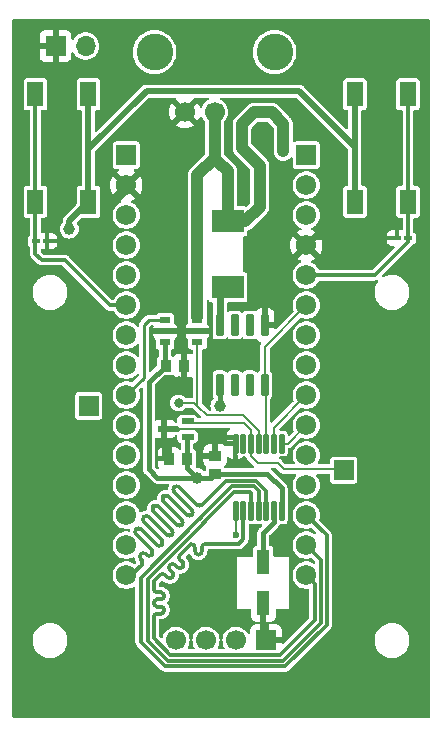
<source format=gtl>
G04 #@! TF.GenerationSoftware,KiCad,Pcbnew,7.0.5*
G04 #@! TF.CreationDate,2023-07-10T18:36:48-07:00*
G04 #@! TF.ProjectId,Breakout,42726561-6b6f-4757-942e-6b696361645f,rev?*
G04 #@! TF.SameCoordinates,Original*
G04 #@! TF.FileFunction,Copper,L1,Top*
G04 #@! TF.FilePolarity,Positive*
%FSLAX46Y46*%
G04 Gerber Fmt 4.6, Leading zero omitted, Abs format (unit mm)*
G04 Created by KiCad (PCBNEW 7.0.5) date 2023-07-10 18:36:48*
%MOMM*%
%LPD*%
G01*
G04 APERTURE LIST*
G04 Aperture macros list*
%AMRoundRect*
0 Rectangle with rounded corners*
0 $1 Rounding radius*
0 $2 $3 $4 $5 $6 $7 $8 $9 X,Y pos of 4 corners*
0 Add a 4 corners polygon primitive as box body*
4,1,4,$2,$3,$4,$5,$6,$7,$8,$9,$2,$3,0*
0 Add four circle primitives for the rounded corners*
1,1,$1+$1,$2,$3*
1,1,$1+$1,$4,$5*
1,1,$1+$1,$6,$7*
1,1,$1+$1,$8,$9*
0 Add four rect primitives between the rounded corners*
20,1,$1+$1,$2,$3,$4,$5,0*
20,1,$1+$1,$4,$5,$6,$7,0*
20,1,$1+$1,$6,$7,$8,$9,0*
20,1,$1+$1,$8,$9,$2,$3,0*%
G04 Aperture macros list end*
G04 #@! TA.AperFunction,ComponentPad*
%ADD10R,1.700000X1.700000*%
G04 #@! TD*
G04 #@! TA.AperFunction,ComponentPad*
%ADD11C,1.700000*%
G04 #@! TD*
G04 #@! TA.AperFunction,SMDPad,CuDef*
%ADD12RoundRect,0.048800X0.256200X-0.871200X0.256200X0.871200X-0.256200X0.871200X-0.256200X-0.871200X0*%
G04 #@! TD*
G04 #@! TA.AperFunction,SMDPad,CuDef*
%ADD13R,0.758800X0.350799*%
G04 #@! TD*
G04 #@! TA.AperFunction,SMDPad,CuDef*
%ADD14R,0.920000X0.980000*%
G04 #@! TD*
G04 #@! TA.AperFunction,SMDPad,CuDef*
%ADD15R,2.667000X1.955800*%
G04 #@! TD*
G04 #@! TA.AperFunction,SMDPad,CuDef*
%ADD16R,1.106399X0.466400*%
G04 #@! TD*
G04 #@! TA.AperFunction,SMDPad,CuDef*
%ADD17R,1.400000X2.100000*%
G04 #@! TD*
G04 #@! TA.AperFunction,SMDPad,CuDef*
%ADD18R,0.980000X0.920000*%
G04 #@! TD*
G04 #@! TA.AperFunction,SMDPad,CuDef*
%ADD19R,0.972299X0.558000*%
G04 #@! TD*
G04 #@! TA.AperFunction,SMDPad,CuDef*
%ADD20RoundRect,0.020500X-0.184500X0.764500X-0.184500X-0.764500X0.184500X-0.764500X0.184500X0.764500X0*%
G04 #@! TD*
G04 #@! TA.AperFunction,ComponentPad*
%ADD21O,1.700000X1.700000*%
G04 #@! TD*
G04 #@! TA.AperFunction,SMDPad,CuDef*
%ADD22R,1.092200X2.108200*%
G04 #@! TD*
G04 #@! TA.AperFunction,ComponentPad*
%ADD23C,3.100000*%
G04 #@! TD*
G04 #@! TA.AperFunction,ComponentPad*
%ADD24R,1.725000X1.725000*%
G04 #@! TD*
G04 #@! TA.AperFunction,ComponentPad*
%ADD25C,1.725000*%
G04 #@! TD*
G04 #@! TA.AperFunction,ViaPad*
%ADD26C,1.000000*%
G04 #@! TD*
G04 #@! TA.AperFunction,ViaPad*
%ADD27C,2.000000*%
G04 #@! TD*
G04 #@! TA.AperFunction,ViaPad*
%ADD28C,0.800000*%
G04 #@! TD*
G04 #@! TA.AperFunction,ViaPad*
%ADD29C,0.600000*%
G04 #@! TD*
G04 #@! TA.AperFunction,Conductor*
%ADD30C,0.400000*%
G04 #@! TD*
G04 #@! TA.AperFunction,Conductor*
%ADD31C,0.200000*%
G04 #@! TD*
G04 #@! TA.AperFunction,Conductor*
%ADD32C,0.600000*%
G04 #@! TD*
G04 #@! TA.AperFunction,Conductor*
%ADD33C,0.300000*%
G04 #@! TD*
G04 #@! TA.AperFunction,Conductor*
%ADD34C,1.000000*%
G04 #@! TD*
G04 #@! TA.AperFunction,Conductor*
%ADD35C,0.500000*%
G04 #@! TD*
G04 #@! TA.AperFunction,Conductor*
%ADD36C,0.250000*%
G04 #@! TD*
G04 APERTURE END LIST*
D10*
X126532000Y-121700000D03*
D11*
X123992000Y-121700000D03*
X121452000Y-121700000D03*
X118912000Y-121700000D03*
D12*
X122620000Y-100060000D03*
X123890000Y-100060000D03*
X125160000Y-100060000D03*
X126430000Y-100060000D03*
X126430000Y-94990000D03*
X125160000Y-94990000D03*
X123890000Y-94990000D03*
X122620000Y-94990000D03*
D13*
X107020600Y-87884000D03*
X107979400Y-87884000D03*
D14*
X119875000Y-106300000D03*
X118325000Y-106300000D03*
D15*
X123300000Y-91781300D03*
X123300000Y-86218700D03*
D16*
X119890600Y-104449999D03*
X119890600Y-103150001D03*
X117909400Y-103800000D03*
D17*
X111500000Y-84550000D03*
X111500000Y-75450000D03*
X107000000Y-75450000D03*
X107000000Y-84550000D03*
D10*
X111506000Y-101854000D03*
X133100000Y-107300000D03*
D18*
X122225000Y-107600000D03*
X122225000Y-106050000D03*
D19*
X120712451Y-96475001D03*
X120712451Y-95525000D03*
X120712451Y-94574999D03*
X117987549Y-94574999D03*
X117987549Y-95525000D03*
X117987549Y-96475001D03*
D14*
X119575000Y-98425000D03*
X118025000Y-98425000D03*
D17*
X134050000Y-75450000D03*
X134050000Y-84550000D03*
X138550000Y-84550000D03*
X138550000Y-75450000D03*
D20*
X127850000Y-105030000D03*
X127200000Y-105030000D03*
X126550000Y-105030000D03*
X125900000Y-105030000D03*
X125250000Y-105030000D03*
X124600000Y-105030000D03*
X123950000Y-105030000D03*
X123950000Y-110770000D03*
X124600000Y-110770000D03*
X125250000Y-110770000D03*
X125900000Y-110770000D03*
X126550000Y-110770000D03*
X127200000Y-110770000D03*
X127850000Y-110770000D03*
D10*
X108712000Y-71374000D03*
D21*
X111252000Y-71374000D03*
D22*
X126300000Y-115047400D03*
X126300000Y-118552600D03*
D23*
X127254000Y-71882000D03*
X117094000Y-71882000D03*
D11*
X122174000Y-76962000D03*
X119634000Y-76962000D03*
D13*
X138581000Y-87630000D03*
X137622200Y-87630000D03*
D24*
X129942000Y-80619500D03*
D25*
X129942000Y-83159500D03*
X129942000Y-85699500D03*
X129942000Y-88239500D03*
X129942000Y-90779500D03*
X129942000Y-93319500D03*
X129942000Y-95859500D03*
X129942000Y-98399500D03*
X129942000Y-100939500D03*
X129942000Y-103479500D03*
X129942000Y-106019500D03*
X129942000Y-108559500D03*
X129942000Y-111099500D03*
X129942000Y-113639500D03*
X129942000Y-116179500D03*
X114702000Y-116179500D03*
X114702000Y-113639500D03*
X114702000Y-111099500D03*
X114702000Y-108559500D03*
X114702000Y-106019500D03*
X114702000Y-103479500D03*
X114702000Y-100939500D03*
X114702000Y-98399500D03*
X114702000Y-95859500D03*
X114702000Y-93319500D03*
X114702000Y-90779500D03*
X114702000Y-88239500D03*
X114702000Y-85699500D03*
X114702000Y-83159500D03*
D24*
X114702000Y-80619500D03*
D26*
X122620000Y-101850000D03*
X109871000Y-86871000D03*
X120700000Y-107925000D03*
X122587500Y-104512500D03*
X119200000Y-99825000D03*
D27*
X118600000Y-92400000D03*
X126425000Y-92350000D03*
D28*
X119126000Y-101600000D03*
D29*
X123975000Y-112750000D03*
D30*
X126430000Y-92355000D02*
X126430000Y-94990000D01*
X126425000Y-92350000D02*
X126430000Y-92355000D01*
D31*
X126430000Y-96831500D02*
X129942000Y-93319500D01*
X126430000Y-100060000D02*
X126430000Y-96831500D01*
X126500000Y-100130000D02*
X126430000Y-100060000D01*
X126500000Y-104980000D02*
X126500000Y-100130000D01*
X126550000Y-105030000D02*
X126500000Y-104980000D01*
D30*
X122620000Y-101850000D02*
X122620000Y-100060000D01*
D32*
X122620000Y-94990000D02*
X122620000Y-92461300D01*
D33*
X125250000Y-109248000D02*
X125250000Y-110700000D01*
X123852816Y-109150000D02*
X125152000Y-109150000D01*
X121468227Y-111534589D02*
X123852816Y-109150000D01*
X121122080Y-111894579D02*
X121468227Y-111534589D01*
X118207837Y-123400000D02*
X116529918Y-121722081D01*
X121107960Y-111894856D02*
X121122080Y-111894579D01*
X127939106Y-123400000D02*
X118207837Y-123400000D01*
X125152000Y-109150000D02*
X125250000Y-109248000D01*
X116529918Y-116472898D02*
X121107960Y-111894856D01*
X131154500Y-120184606D02*
X127939106Y-123400000D01*
X116529918Y-121722081D02*
X116529918Y-116472898D01*
X131154500Y-114852000D02*
X131154500Y-120184606D01*
X129942000Y-113639500D02*
X131154500Y-114852000D01*
X130654500Y-116892000D02*
X129942000Y-116179500D01*
X130654500Y-119977500D02*
X130654500Y-116892000D01*
X127732000Y-122900000D02*
X130654500Y-119977500D01*
X118414943Y-122900000D02*
X127732000Y-122900000D01*
X117029918Y-121514975D02*
X118414943Y-122900000D01*
X117029918Y-119730004D02*
X117029918Y-121514975D01*
X117624792Y-119430004D02*
X117329918Y-119430004D01*
X117329918Y-118830004D02*
X117624792Y-118830004D01*
X117029918Y-116680004D02*
X117029918Y-117330004D01*
X117555625Y-116154298D02*
X117029918Y-116680004D01*
X118612677Y-116362821D02*
X118612676Y-116362823D01*
X118612676Y-116362821D02*
X118612677Y-116362821D01*
X118404153Y-115730034D02*
X118612676Y-115938557D01*
X118404154Y-115730034D02*
X118404153Y-115730034D01*
X118404157Y-115305769D02*
X118404154Y-115305768D01*
X119036934Y-115514282D02*
X118828421Y-115305769D01*
X119461197Y-115514282D02*
X119461198Y-115514282D01*
X119252683Y-114881504D02*
X119461197Y-115090018D01*
X119252684Y-114881504D02*
X119252683Y-114881504D01*
X120212000Y-113538000D02*
X120171922Y-113538000D01*
X117624814Y-118230004D02*
X117329918Y-118230004D01*
X121112000Y-113838000D02*
X121112000Y-114132874D01*
X117624792Y-119429992D02*
G75*
G03*
X117924792Y-119130004I8J299992D01*
G01*
X120512000Y-114132874D02*
X120512000Y-113838000D01*
X117924796Y-119130004D02*
G75*
G03*
X117624792Y-118830004I-299996J4D01*
G01*
X124206000Y-113538000D02*
X121412000Y-113538000D01*
X117029896Y-118530004D02*
G75*
G03*
X117329918Y-118830004I300004J4D01*
G01*
X117624814Y-118230014D02*
G75*
G03*
X117924814Y-117930004I-14J300014D01*
G01*
X117924796Y-117930004D02*
G75*
G03*
X117624814Y-117630004I-299996J4D01*
G01*
X117329918Y-118230018D02*
G75*
G03*
X117029918Y-118530004I-18J-299982D01*
G01*
X117555626Y-116154301D02*
X117555625Y-116154298D01*
X117029896Y-117330004D02*
G75*
G03*
X117329918Y-117630004I300004J4D01*
G01*
X120171922Y-113538000D02*
X119252684Y-114457238D01*
X117979889Y-116154302D02*
G75*
G03*
X117555627Y-116154302I-212131J-212131D01*
G01*
X118188413Y-116362822D02*
G75*
G03*
X118612675Y-116362822I212131J212131D01*
G01*
X118612686Y-116362831D02*
G75*
G03*
X118612675Y-115938558I-212186J212131D01*
G01*
X118404153Y-115305767D02*
G75*
G03*
X118404154Y-115730034I212147J-212133D01*
G01*
X117329918Y-117630004D02*
X117624814Y-117630004D01*
X119036935Y-115514281D02*
G75*
G03*
X119461197Y-115514281I212131J212131D01*
G01*
X119461146Y-115514231D02*
G75*
G03*
X119461196Y-115090019I-212046J212131D01*
G01*
X117329918Y-119430018D02*
G75*
G03*
X117029918Y-119730004I-18J-299982D01*
G01*
X124600000Y-110700000D02*
X124600000Y-113144000D01*
X119252714Y-114457268D02*
G75*
G03*
X119252685Y-114881503I212086J-212132D01*
G01*
X118188412Y-116362823D02*
X117979890Y-116154301D01*
X120512000Y-113838000D02*
G75*
G03*
X120212000Y-113538000I-300000J0D01*
G01*
X120512026Y-114132874D02*
G75*
G03*
X120812000Y-114432874I299974J-26D01*
G01*
X118828420Y-115305770D02*
G75*
G03*
X118404158Y-115305770I-212131J-212131D01*
G01*
X120812000Y-114432900D02*
G75*
G03*
X121112000Y-114132874I0J300000D01*
G01*
X121412000Y-113538000D02*
G75*
G03*
X121112000Y-113838000I0J-300000D01*
G01*
X124600000Y-113144000D02*
X124206000Y-113538000D01*
D30*
X121900000Y-107925000D02*
X122225000Y-107600000D01*
X120700000Y-107925000D02*
X121900000Y-107925000D01*
D34*
X124781300Y-86218700D02*
X123300000Y-86218700D01*
X127000000Y-77000000D02*
X128000000Y-78000000D01*
X125500000Y-77000000D02*
X127000000Y-77000000D01*
X128000000Y-78000000D02*
X128000000Y-80300000D01*
X126000000Y-81500000D02*
X124500000Y-80000000D01*
X124500000Y-78000000D02*
X125500000Y-77000000D01*
X126000000Y-85000000D02*
X126000000Y-81500000D01*
X124500000Y-80000000D02*
X124500000Y-78000000D01*
X124781300Y-86218700D02*
X126000000Y-85000000D01*
D33*
X125900000Y-109074000D02*
X125900000Y-110700000D01*
X123645964Y-108650000D02*
X125476000Y-108650000D01*
X115914500Y-121813769D02*
X115914500Y-116381210D01*
X121104843Y-111191121D02*
X123645964Y-108650000D01*
X131654500Y-120391712D02*
X128146212Y-123900000D01*
X128146212Y-123900000D02*
X118000731Y-123900000D01*
X131654500Y-112812000D02*
X131654500Y-120391712D01*
X118000731Y-123900000D02*
X115914500Y-121813769D01*
X120905213Y-111398734D02*
X121104843Y-111191121D01*
X125476000Y-108650000D02*
X125900000Y-109074000D01*
X120896811Y-111398899D02*
X120905213Y-111398734D01*
X129942000Y-111099500D02*
X131654500Y-112812000D01*
X115914500Y-116381210D02*
X120896811Y-111398899D01*
X119386620Y-111474116D02*
X117843630Y-109931126D01*
X121083680Y-110201321D02*
X123110000Y-108175000D01*
X119386620Y-111898381D02*
X119386620Y-111898380D01*
X117419392Y-110355417D02*
X118962357Y-111898382D01*
X115545549Y-112299961D02*
X115545551Y-112299960D01*
X125672752Y-108175000D02*
X126550000Y-109052248D01*
X117843630Y-109506862D02*
X117843632Y-109506861D01*
X118538090Y-112322646D02*
X116995126Y-110779682D01*
X114702000Y-116179500D02*
X115105500Y-116179500D01*
X117689560Y-113171176D02*
X116181946Y-111663562D01*
X123110000Y-108175000D02*
X125672752Y-108175000D01*
X116358724Y-114385929D02*
X116416767Y-114443972D01*
X120235150Y-110625586D02*
X118762873Y-109153309D01*
X116606212Y-111239297D02*
X118113827Y-112746912D01*
X117689560Y-113595441D02*
X117689560Y-113595440D01*
X116181946Y-111239298D02*
X116181948Y-111239297D01*
X116841030Y-114443971D02*
X116841030Y-114443970D01*
X115934458Y-114385930D02*
X115934460Y-114385929D01*
X121083681Y-110201322D02*
X121083680Y-110201321D01*
X116841030Y-114019706D02*
X115545549Y-112724225D01*
X116841031Y-114443972D02*
X116841030Y-114443971D01*
X120235150Y-111049851D02*
X120235150Y-111049850D01*
X120235151Y-111049852D02*
X120235150Y-111049851D01*
X119187139Y-108729044D02*
X120659417Y-110201322D01*
X118267896Y-109506861D02*
X119810887Y-111049852D01*
X115969815Y-112299960D02*
X117265297Y-113595442D01*
X126550000Y-109052248D02*
X126550000Y-110700000D01*
X118762873Y-108729045D02*
X118762875Y-108729044D01*
X116995126Y-110355418D02*
X116995128Y-110355417D01*
X118538091Y-112746912D02*
X118538090Y-112746911D01*
X115105500Y-116179500D02*
X115992500Y-115292500D01*
X118538090Y-112746911D02*
X118538090Y-112746910D01*
X117689561Y-113595442D02*
X117689560Y-113595441D01*
X115992500Y-114868236D02*
X115934458Y-114810194D01*
X119386621Y-111898382D02*
X119386620Y-111898381D01*
X120235131Y-111049831D02*
G75*
G03*
X120235149Y-110625587I-212131J212131D01*
G01*
X115934496Y-114385968D02*
G75*
G03*
X115934458Y-114810194I212104J-212132D01*
G01*
X119810888Y-111049851D02*
G75*
G03*
X120235150Y-111049851I212131J212131D01*
G01*
X118538111Y-112746931D02*
G75*
G03*
X118538089Y-112322647I-212111J212131D01*
G01*
X117265298Y-113595441D02*
G75*
G03*
X117689560Y-113595441I212131J212131D01*
G01*
X117689552Y-113595432D02*
G75*
G03*
X117689560Y-113171176I-212152J212132D01*
G01*
X118762896Y-108729068D02*
G75*
G03*
X118762873Y-109153309I212104J-212132D01*
G01*
X119187138Y-108729045D02*
G75*
G03*
X118762876Y-108729045I-212131J-212131D01*
G01*
X118267895Y-109506862D02*
G75*
G03*
X117843633Y-109506862I-212131J-212131D01*
G01*
X120659418Y-110201321D02*
G75*
G03*
X121083680Y-110201321I212131J212131D01*
G01*
X117419391Y-110355418D02*
G75*
G03*
X116995129Y-110355418I-212131J-212131D01*
G01*
X116416768Y-114443971D02*
G75*
G03*
X116841030Y-114443971I212131J212131D01*
G01*
X115992531Y-115292531D02*
G75*
G03*
X115992499Y-114868237I-212131J212131D01*
G01*
X115545556Y-112299968D02*
G75*
G03*
X115545549Y-112724225I212144J-212132D01*
G01*
X116995176Y-110355468D02*
G75*
G03*
X116995126Y-110779682I212124J-212132D01*
G01*
X116181917Y-111239269D02*
G75*
G03*
X116181947Y-111663561I212183J-212131D01*
G01*
X116358723Y-114385930D02*
G75*
G03*
X115934461Y-114385930I-212131J-212131D01*
G01*
X116840992Y-114443932D02*
G75*
G03*
X116841030Y-114019706I-212092J212132D01*
G01*
X115969814Y-112299961D02*
G75*
G03*
X115545552Y-112299961I-212131J-212131D01*
G01*
X119386572Y-111898332D02*
G75*
G03*
X119386620Y-111474116I-212072J212132D01*
G01*
X117843636Y-109506868D02*
G75*
G03*
X117843630Y-109931126I212164J-212132D01*
G01*
X118962358Y-111898381D02*
G75*
G03*
X119386620Y-111898381I212131J212131D01*
G01*
X116606211Y-111239298D02*
G75*
G03*
X116181949Y-111239298I-212131J-212131D01*
G01*
X118113828Y-112746911D02*
G75*
G03*
X118538090Y-112746911I212131J212131D01*
G01*
D35*
X111500000Y-81196500D02*
X111500000Y-75450000D01*
D30*
X126650000Y-107600000D02*
X127850000Y-108800000D01*
D35*
X116416000Y-75184000D02*
X129334000Y-75184000D01*
D30*
X119875000Y-104465599D02*
X119890600Y-104449999D01*
X117987549Y-98387549D02*
X118025000Y-98425000D01*
X116600000Y-107200000D02*
X116600000Y-99850000D01*
X116600000Y-99850000D02*
X118025000Y-98425000D01*
D35*
X109871000Y-86871000D02*
X109871000Y-86179000D01*
D30*
X120700000Y-107925000D02*
X117325000Y-107925000D01*
X122225000Y-107600000D02*
X126650000Y-107600000D01*
D35*
X134050000Y-84550000D02*
X134050000Y-79900000D01*
D30*
X117325000Y-107925000D02*
X116600000Y-107200000D01*
D35*
X134050000Y-79900000D02*
X134050000Y-75450000D01*
X111500000Y-81196500D02*
X111500000Y-84550000D01*
X111500000Y-81196500D02*
X111500000Y-80100000D01*
D30*
X119875000Y-107100000D02*
X119875000Y-104465599D01*
X127850000Y-108800000D02*
X127850000Y-110770000D01*
X120700000Y-107925000D02*
X119875000Y-107100000D01*
D35*
X129334000Y-75184000D02*
X134050000Y-79900000D01*
X109871000Y-86179000D02*
X111500000Y-84550000D01*
X111500000Y-80100000D02*
X116416000Y-75184000D01*
D30*
X117987549Y-96475001D02*
X117987549Y-98387549D01*
D36*
X116625001Y-94574999D02*
X117987549Y-94574999D01*
X114702000Y-100939500D02*
X116200000Y-99441500D01*
X116200000Y-99441500D02*
X116200000Y-95000000D01*
X116200000Y-95000000D02*
X116625001Y-94574999D01*
D30*
X119200000Y-93000000D02*
X119200000Y-95525000D01*
D33*
X137622200Y-87630000D02*
X130551500Y-87630000D01*
D30*
X119409400Y-100034400D02*
X119200000Y-99825000D01*
D35*
X119200000Y-95525000D02*
X117987549Y-95525000D01*
D30*
X122225000Y-104875000D02*
X122587500Y-104512500D01*
D33*
X130551500Y-87630000D02*
X129942000Y-88239500D01*
X110616000Y-87884000D02*
X107979400Y-87884000D01*
D30*
X118600000Y-92400000D02*
X119200000Y-93000000D01*
D33*
X114702000Y-83798000D02*
X110616000Y-87884000D01*
D35*
X126300000Y-118552600D02*
X126300000Y-121468000D01*
D30*
X122225000Y-106050000D02*
X122225000Y-104875000D01*
X117909400Y-101115600D02*
X117909400Y-105884400D01*
X117909400Y-105884400D02*
X118325000Y-106300000D01*
X122587500Y-104512500D02*
X123757500Y-104512500D01*
D35*
X120712451Y-95525000D02*
X119200000Y-95525000D01*
D30*
X119200000Y-99825000D02*
X117909400Y-101115600D01*
D35*
X126300000Y-121468000D02*
X126532000Y-121700000D01*
D30*
X123757500Y-104512500D02*
X123800000Y-104555000D01*
D31*
X129942000Y-103479500D02*
X128391500Y-105030000D01*
X128391500Y-105030000D02*
X127850000Y-105030000D01*
X127200000Y-103681500D02*
X127200000Y-105030000D01*
X129942000Y-100939500D02*
X127200000Y-103681500D01*
X120712451Y-101837451D02*
X121525000Y-102650000D01*
X120712451Y-96299001D02*
X120712451Y-101661451D01*
X120712451Y-101837451D02*
X120475000Y-101600000D01*
X124615686Y-102650000D02*
X125900000Y-103934314D01*
X120475000Y-101600000D02*
X119126000Y-101600000D01*
X121525000Y-102650000D02*
X124615686Y-102650000D01*
X125900000Y-103934314D02*
X125900000Y-105030000D01*
X120015600Y-103275001D02*
X124675001Y-103275001D01*
X124675001Y-103275001D02*
X125250000Y-103850000D01*
X125250000Y-103850000D02*
X125250000Y-105030000D01*
X127508000Y-106680000D02*
X128028000Y-107200000D01*
X119890600Y-103150001D02*
X120015600Y-103275001D01*
X125250000Y-105100000D02*
X125250000Y-106112000D01*
X128028000Y-107200000D02*
X133000000Y-107200000D01*
X125818000Y-106680000D02*
X127508000Y-106680000D01*
X133000000Y-107200000D02*
X133100000Y-107300000D01*
X125250000Y-106112000D02*
X125818000Y-106680000D01*
X123975000Y-112750000D02*
X123975000Y-110795000D01*
D30*
X126300000Y-112593300D02*
X127200000Y-111693300D01*
X127200000Y-111693300D02*
X127200000Y-110770000D01*
X126300000Y-115047400D02*
X126300000Y-112593300D01*
D35*
X122620000Y-92461300D02*
X123300000Y-91781300D01*
D34*
X122174000Y-80854000D02*
X122174000Y-76962000D01*
X120712451Y-82315549D02*
X120712451Y-94300000D01*
X123300000Y-86218700D02*
X123300000Y-81980000D01*
X123300000Y-81980000D02*
X122500000Y-81180000D01*
X122174000Y-80854000D02*
X120712451Y-82315549D01*
X122500000Y-81180000D02*
X122174000Y-80854000D01*
D33*
X114702000Y-93319500D02*
X113319500Y-93319500D01*
X109500000Y-89500000D02*
X107534000Y-89500000D01*
X107000000Y-88966000D02*
X107000000Y-84550000D01*
X107534000Y-89500000D02*
X107000000Y-88966000D01*
X107000000Y-75450000D02*
X107000000Y-84550000D01*
X113319500Y-93319500D02*
X109500000Y-89500000D01*
X138550000Y-75450000D02*
X138550000Y-84550000D01*
X138550000Y-87950000D02*
X138550000Y-84550000D01*
X135720500Y-90779500D02*
X138550000Y-87950000D01*
X129942000Y-90779500D02*
X135720500Y-90779500D01*
G04 #@! TA.AperFunction,Conductor*
G36*
X121686281Y-75753407D02*
G01*
X121722245Y-75802907D01*
X121722245Y-75864093D01*
X121686281Y-75913593D01*
X121663854Y-75925814D01*
X121658986Y-75927699D01*
X121658975Y-75927705D01*
X121477699Y-76039946D01*
X121477692Y-76039952D01*
X121320135Y-76183586D01*
X121320131Y-76183589D01*
X121320128Y-76183593D01*
X121320124Y-76183597D01*
X121320125Y-76183597D01*
X121191635Y-76353743D01*
X121191630Y-76353752D01*
X121098206Y-76541375D01*
X121055343Y-76585037D01*
X120995002Y-76595167D01*
X120940231Y-76567895D01*
X120913958Y-76522869D01*
X120907430Y-76498506D01*
X120907429Y-76498505D01*
X120807605Y-76284432D01*
X120807602Y-76284426D01*
X120748926Y-76200626D01*
X120117076Y-76832475D01*
X120093493Y-76752156D01*
X120015761Y-76631202D01*
X119907100Y-76537048D01*
X119776315Y-76477320D01*
X119766530Y-76475913D01*
X120395373Y-75847071D01*
X120394941Y-75842128D01*
X120408704Y-75782511D01*
X120454882Y-75742370D01*
X120493564Y-75734500D01*
X121628090Y-75734500D01*
X121686281Y-75753407D01*
G37*
G04 #@! TD.AperFunction*
G04 #@! TA.AperFunction,Conductor*
G36*
X140358691Y-69095407D02*
G01*
X140394655Y-69144907D01*
X140399500Y-69175500D01*
X140399500Y-128140500D01*
X140380593Y-128198691D01*
X140331093Y-128234655D01*
X140300500Y-128239500D01*
X105149500Y-128239500D01*
X105091309Y-128220593D01*
X105055345Y-128171093D01*
X105050500Y-128140500D01*
X105050500Y-121822429D01*
X106766500Y-121822429D01*
X106788754Y-121955795D01*
X106806802Y-122063948D01*
X106825149Y-122117391D01*
X106886308Y-122295542D01*
X107002846Y-122510885D01*
X107002847Y-122510886D01*
X107153242Y-122704113D01*
X107333390Y-122869951D01*
X107538378Y-123003876D01*
X107762612Y-123102235D01*
X107999978Y-123162344D01*
X108182886Y-123177500D01*
X108182894Y-123177500D01*
X108305106Y-123177500D01*
X108305114Y-123177500D01*
X108488022Y-123162344D01*
X108725388Y-123102235D01*
X108949622Y-123003876D01*
X109154610Y-122869951D01*
X109334758Y-122704113D01*
X109485153Y-122510886D01*
X109601693Y-122295539D01*
X109681198Y-122063948D01*
X109721500Y-121822429D01*
X109721500Y-121577571D01*
X109681198Y-121336052D01*
X109601693Y-121104461D01*
X109594811Y-121091745D01*
X109502732Y-120921597D01*
X109485153Y-120889114D01*
X109334758Y-120695887D01*
X109154610Y-120530049D01*
X108949622Y-120396124D01*
X108725388Y-120297765D01*
X108644894Y-120277381D01*
X108488020Y-120237655D01*
X108305123Y-120222500D01*
X108305114Y-120222500D01*
X108182886Y-120222500D01*
X108182876Y-120222500D01*
X107999979Y-120237655D01*
X107762612Y-120297765D01*
X107628937Y-120356401D01*
X107538378Y-120396124D01*
X107442161Y-120458984D01*
X107333391Y-120530048D01*
X107333389Y-120530049D01*
X107333390Y-120530049D01*
X107186029Y-120665705D01*
X107153239Y-120695890D01*
X107002849Y-120889110D01*
X107002847Y-120889113D01*
X106886308Y-121104457D01*
X106806801Y-121336055D01*
X106766500Y-121577570D01*
X106766500Y-121822429D01*
X105050500Y-121822429D01*
X105050500Y-108559499D01*
X113534018Y-108559499D01*
X113553905Y-108774117D01*
X113612889Y-108981424D01*
X113708959Y-109174358D01*
X113708960Y-109174359D01*
X113708962Y-109174363D01*
X113838851Y-109346364D01*
X113998134Y-109491570D01*
X114181386Y-109605035D01*
X114382367Y-109682895D01*
X114594232Y-109722500D01*
X114809768Y-109722500D01*
X115021633Y-109682895D01*
X115222614Y-109605035D01*
X115405866Y-109491570D01*
X115565149Y-109346364D01*
X115695038Y-109174363D01*
X115791111Y-108981424D01*
X115850095Y-108774116D01*
X115869982Y-108559500D01*
X115850095Y-108344884D01*
X115791111Y-108137576D01*
X115695038Y-107944637D01*
X115565149Y-107772636D01*
X115405866Y-107627430D01*
X115276153Y-107547115D01*
X115222619Y-107513968D01*
X115222614Y-107513965D01*
X115037704Y-107442331D01*
X115021633Y-107436105D01*
X115021632Y-107436104D01*
X115021630Y-107436104D01*
X114809768Y-107396500D01*
X114594232Y-107396500D01*
X114382369Y-107436104D01*
X114181385Y-107513965D01*
X114181380Y-107513968D01*
X113998138Y-107627427D01*
X113998136Y-107627428D01*
X113998134Y-107627430D01*
X113952636Y-107668907D01*
X113838852Y-107772635D01*
X113708959Y-107944641D01*
X113612889Y-108137575D01*
X113553905Y-108344882D01*
X113534018Y-108559499D01*
X105050500Y-108559499D01*
X105050500Y-106019500D01*
X113534018Y-106019500D01*
X113553905Y-106234117D01*
X113612889Y-106441424D01*
X113708959Y-106634358D01*
X113708960Y-106634359D01*
X113708962Y-106634363D01*
X113838851Y-106806364D01*
X113998134Y-106951570D01*
X114181386Y-107065035D01*
X114382367Y-107142895D01*
X114594232Y-107182500D01*
X114809768Y-107182500D01*
X115021633Y-107142895D01*
X115222614Y-107065035D01*
X115405866Y-106951570D01*
X115565149Y-106806364D01*
X115695038Y-106634363D01*
X115791111Y-106441424D01*
X115850095Y-106234116D01*
X115869982Y-106019500D01*
X115850095Y-105804884D01*
X115791111Y-105597576D01*
X115695038Y-105404637D01*
X115565149Y-105232636D01*
X115405866Y-105087430D01*
X115233627Y-104980784D01*
X115222619Y-104973968D01*
X115222614Y-104973965D01*
X115021633Y-104896105D01*
X115021632Y-104896104D01*
X115021630Y-104896104D01*
X114809768Y-104856500D01*
X114594232Y-104856500D01*
X114382369Y-104896104D01*
X114181385Y-104973965D01*
X114181380Y-104973968D01*
X113998138Y-105087427D01*
X113998136Y-105087428D01*
X113998134Y-105087430D01*
X113838851Y-105232636D01*
X113737651Y-105366647D01*
X113708959Y-105404641D01*
X113612889Y-105597575D01*
X113553905Y-105804882D01*
X113534018Y-106019500D01*
X105050500Y-106019500D01*
X105050500Y-103479500D01*
X113534018Y-103479500D01*
X113553905Y-103694117D01*
X113612889Y-103901424D01*
X113708959Y-104094358D01*
X113708960Y-104094359D01*
X113708962Y-104094363D01*
X113838851Y-104266364D01*
X113998134Y-104411570D01*
X114181386Y-104525035D01*
X114382367Y-104602895D01*
X114594232Y-104642500D01*
X114809768Y-104642500D01*
X115021633Y-104602895D01*
X115222614Y-104525035D01*
X115405866Y-104411570D01*
X115565149Y-104266364D01*
X115695038Y-104094363D01*
X115791111Y-103901424D01*
X115850095Y-103694116D01*
X115869982Y-103479500D01*
X115850095Y-103264884D01*
X115791111Y-103057576D01*
X115695038Y-102864637D01*
X115565149Y-102692636D01*
X115405866Y-102547430D01*
X115222614Y-102433965D01*
X115021633Y-102356105D01*
X115021632Y-102356104D01*
X115021630Y-102356104D01*
X114809768Y-102316500D01*
X114594232Y-102316500D01*
X114382369Y-102356104D01*
X114181385Y-102433965D01*
X114181380Y-102433968D01*
X113998138Y-102547427D01*
X113998136Y-102547428D01*
X113998134Y-102547430D01*
X113838851Y-102692636D01*
X113722424Y-102846810D01*
X113708959Y-102864641D01*
X113612889Y-103057575D01*
X113553905Y-103264882D01*
X113534018Y-103479500D01*
X105050500Y-103479500D01*
X105050500Y-102748860D01*
X110355500Y-102748860D01*
X110355501Y-102748863D01*
X110358414Y-102773990D01*
X110376738Y-102815489D01*
X110403794Y-102876765D01*
X110483235Y-102956206D01*
X110586009Y-103001585D01*
X110611135Y-103004500D01*
X112400864Y-103004499D01*
X112425991Y-103001585D01*
X112528765Y-102956206D01*
X112608206Y-102876765D01*
X112653585Y-102773991D01*
X112656500Y-102748865D01*
X112656499Y-100959136D01*
X112653585Y-100934009D01*
X112608206Y-100831235D01*
X112528765Y-100751794D01*
X112425991Y-100706415D01*
X112425990Y-100706414D01*
X112425988Y-100706414D01*
X112400868Y-100703500D01*
X110611139Y-100703500D01*
X110611136Y-100703501D01*
X110586009Y-100706414D01*
X110483235Y-100751794D01*
X110403794Y-100831235D01*
X110358414Y-100934011D01*
X110355500Y-100959130D01*
X110355500Y-102748860D01*
X105050500Y-102748860D01*
X105050500Y-92358429D01*
X106766500Y-92358429D01*
X106806801Y-92599944D01*
X106886308Y-92831542D01*
X107002847Y-93046886D01*
X107002849Y-93046889D01*
X107016591Y-93064544D01*
X107153242Y-93240113D01*
X107333390Y-93405951D01*
X107538378Y-93539876D01*
X107762612Y-93638235D01*
X107999978Y-93698344D01*
X108182886Y-93713500D01*
X108182894Y-93713500D01*
X108305106Y-93713500D01*
X108305114Y-93713500D01*
X108488022Y-93698344D01*
X108725388Y-93638235D01*
X108949622Y-93539876D01*
X109154610Y-93405951D01*
X109334758Y-93240113D01*
X109485153Y-93046886D01*
X109601693Y-92831539D01*
X109681198Y-92599948D01*
X109721500Y-92358429D01*
X109721500Y-92113571D01*
X109681198Y-91872052D01*
X109601693Y-91640461D01*
X109485153Y-91425114D01*
X109461218Y-91394363D01*
X109361214Y-91265878D01*
X109334758Y-91231887D01*
X109154610Y-91066049D01*
X108949622Y-90932124D01*
X108725388Y-90833765D01*
X108602087Y-90802541D01*
X108488020Y-90773655D01*
X108305123Y-90758500D01*
X108305114Y-90758500D01*
X108182886Y-90758500D01*
X108182876Y-90758500D01*
X107999979Y-90773655D01*
X107762612Y-90833765D01*
X107538378Y-90932124D01*
X107511548Y-90949653D01*
X107333391Y-91066048D01*
X107333389Y-91066049D01*
X107333390Y-91066049D01*
X107162124Y-91223711D01*
X107153239Y-91231890D01*
X107002849Y-91425110D01*
X107002847Y-91425113D01*
X106886308Y-91640457D01*
X106806801Y-91872055D01*
X106766500Y-92113570D01*
X106766500Y-92358429D01*
X105050500Y-92358429D01*
X105050500Y-85644860D01*
X105999500Y-85644860D01*
X105999501Y-85644863D01*
X106002414Y-85669990D01*
X106015444Y-85699499D01*
X106047794Y-85772765D01*
X106127235Y-85852206D01*
X106230009Y-85897585D01*
X106255135Y-85900500D01*
X106450501Y-85900499D01*
X106508690Y-85919406D01*
X106544654Y-85968906D01*
X106549500Y-85999499D01*
X106549500Y-87356092D01*
X106530593Y-87414283D01*
X106490489Y-87446656D01*
X106468436Y-87456393D01*
X106388994Y-87535835D01*
X106343614Y-87638611D01*
X106340700Y-87663730D01*
X106340700Y-88104260D01*
X106340701Y-88104263D01*
X106343614Y-88129390D01*
X106360119Y-88166770D01*
X106388994Y-88232165D01*
X106468435Y-88311606D01*
X106490486Y-88321342D01*
X106536083Y-88362141D01*
X106549500Y-88411907D01*
X106549500Y-88937913D01*
X106549189Y-88943459D01*
X106544730Y-88983034D01*
X106544730Y-88983038D01*
X106555616Y-89040573D01*
X106555926Y-89042397D01*
X106564652Y-89100287D01*
X106566840Y-89107381D01*
X106566417Y-89107511D01*
X106567109Y-89109613D01*
X106567526Y-89109468D01*
X106569975Y-89116468D01*
X106597338Y-89168242D01*
X106598172Y-89169894D01*
X106623574Y-89222641D01*
X106627753Y-89228770D01*
X106627389Y-89229017D01*
X106628677Y-89230831D01*
X106629030Y-89230571D01*
X106633434Y-89236538D01*
X106674854Y-89277959D01*
X106676138Y-89279292D01*
X106715944Y-89322194D01*
X106721743Y-89326818D01*
X106721467Y-89327163D01*
X106732601Y-89335705D01*
X107195588Y-89798691D01*
X107199290Y-89802833D01*
X107224121Y-89833970D01*
X107272509Y-89866961D01*
X107274018Y-89868032D01*
X107290993Y-89880560D01*
X107321118Y-89902793D01*
X107321121Y-89902794D01*
X107327677Y-89906259D01*
X107327469Y-89906651D01*
X107329450Y-89907651D01*
X107329643Y-89907253D01*
X107336327Y-89910472D01*
X107392292Y-89927734D01*
X107394043Y-89928310D01*
X107449301Y-89947646D01*
X107456593Y-89949026D01*
X107456510Y-89949460D01*
X107458693Y-89949830D01*
X107458759Y-89949394D01*
X107466098Y-89950500D01*
X107524642Y-89950500D01*
X107526492Y-89950535D01*
X107549542Y-89951396D01*
X107585010Y-89952724D01*
X107585016Y-89952722D01*
X107592385Y-89951893D01*
X107592434Y-89952331D01*
X107606344Y-89950500D01*
X109272388Y-89950500D01*
X109330579Y-89969407D01*
X109342392Y-89979496D01*
X112981092Y-93618196D01*
X112984794Y-93622338D01*
X113009621Y-93653470D01*
X113058009Y-93686461D01*
X113059518Y-93687532D01*
X113076493Y-93700060D01*
X113106618Y-93722293D01*
X113106621Y-93722294D01*
X113113177Y-93725759D01*
X113112969Y-93726151D01*
X113114950Y-93727151D01*
X113115143Y-93726753D01*
X113121827Y-93729972D01*
X113177792Y-93747234D01*
X113179543Y-93747810D01*
X113234801Y-93767146D01*
X113234802Y-93767146D01*
X113242093Y-93768526D01*
X113242010Y-93768960D01*
X113244197Y-93769331D01*
X113244263Y-93768894D01*
X113251596Y-93769999D01*
X113251598Y-93770000D01*
X113310126Y-93770000D01*
X113311977Y-93770035D01*
X113335420Y-93770911D01*
X113370510Y-93772225D01*
X113370517Y-93772223D01*
X113377884Y-93771394D01*
X113377933Y-93771832D01*
X113391847Y-93770000D01*
X113565820Y-93770000D01*
X113624011Y-93788907D01*
X113654441Y-93824872D01*
X113708959Y-93934358D01*
X113708960Y-93934359D01*
X113708962Y-93934363D01*
X113838851Y-94106364D01*
X113998134Y-94251570D01*
X114181386Y-94365035D01*
X114382367Y-94442895D01*
X114594232Y-94482500D01*
X114809768Y-94482500D01*
X115021633Y-94442895D01*
X115222614Y-94365035D01*
X115405866Y-94251570D01*
X115565149Y-94106364D01*
X115695038Y-93934363D01*
X115791111Y-93741424D01*
X115850095Y-93534116D01*
X115869982Y-93319500D01*
X115850095Y-93104884D01*
X115791111Y-92897576D01*
X115695038Y-92704637D01*
X115565149Y-92532636D01*
X115405866Y-92387430D01*
X115222614Y-92273965D01*
X115021633Y-92196105D01*
X115021632Y-92196104D01*
X115021630Y-92196104D01*
X114809768Y-92156500D01*
X114594232Y-92156500D01*
X114382369Y-92196104D01*
X114181385Y-92273965D01*
X114181380Y-92273968D01*
X113998138Y-92387427D01*
X113998136Y-92387428D01*
X113998134Y-92387430D01*
X113838851Y-92532636D01*
X113708962Y-92704637D01*
X113708959Y-92704641D01*
X113654441Y-92814128D01*
X113611578Y-92857791D01*
X113565820Y-92869000D01*
X113547111Y-92869000D01*
X113488920Y-92850093D01*
X113477107Y-92840004D01*
X111416604Y-90779500D01*
X113534018Y-90779500D01*
X113553905Y-90994117D01*
X113612889Y-91201424D01*
X113708959Y-91394358D01*
X113708960Y-91394359D01*
X113708962Y-91394363D01*
X113838851Y-91566364D01*
X113998134Y-91711570D01*
X114181386Y-91825035D01*
X114382367Y-91902895D01*
X114594232Y-91942500D01*
X114809768Y-91942500D01*
X115021633Y-91902895D01*
X115222614Y-91825035D01*
X115405866Y-91711570D01*
X115565149Y-91566364D01*
X115695038Y-91394363D01*
X115791111Y-91201424D01*
X115850095Y-90994116D01*
X115869982Y-90779500D01*
X115850095Y-90564884D01*
X115791111Y-90357576D01*
X115695038Y-90164637D01*
X115565149Y-89992636D01*
X115405866Y-89847430D01*
X115222614Y-89733965D01*
X115021633Y-89656105D01*
X115021632Y-89656104D01*
X115021630Y-89656104D01*
X114809768Y-89616500D01*
X114594232Y-89616500D01*
X114382369Y-89656104D01*
X114181385Y-89733965D01*
X114181380Y-89733968D01*
X113998138Y-89847427D01*
X113998136Y-89847428D01*
X113998134Y-89847430D01*
X113883544Y-89951893D01*
X113838852Y-89992635D01*
X113708959Y-90164641D01*
X113612889Y-90357575D01*
X113553905Y-90564882D01*
X113534018Y-90779500D01*
X111416604Y-90779500D01*
X109838402Y-89201298D01*
X109834700Y-89197155D01*
X109809879Y-89166030D01*
X109761494Y-89133041D01*
X109759985Y-89131970D01*
X109712881Y-89097206D01*
X109706322Y-89093740D01*
X109706526Y-89093352D01*
X109704544Y-89092352D01*
X109704355Y-89092746D01*
X109697670Y-89089526D01*
X109641713Y-89072266D01*
X109639955Y-89071688D01*
X109584702Y-89052355D01*
X109584701Y-89052354D01*
X109584699Y-89052354D01*
X109584696Y-89052353D01*
X109577414Y-89050976D01*
X109577495Y-89050544D01*
X109575302Y-89050171D01*
X109575237Y-89050605D01*
X109567903Y-89049500D01*
X109567902Y-89049500D01*
X109509358Y-89049500D01*
X109507508Y-89049465D01*
X109452174Y-89047395D01*
X109448990Y-89047276D01*
X109448989Y-89047276D01*
X109441615Y-89048107D01*
X109441565Y-89047668D01*
X109427656Y-89049500D01*
X107761612Y-89049500D01*
X107703421Y-89030593D01*
X107691608Y-89020504D01*
X107479496Y-88808392D01*
X107451719Y-88753875D01*
X107450500Y-88738388D01*
X107450500Y-88658398D01*
X107469407Y-88600207D01*
X107518907Y-88564243D01*
X107549521Y-88560874D01*
X107549521Y-88559400D01*
X107804000Y-88559400D01*
X107804001Y-88559399D01*
X107804001Y-88059399D01*
X108154799Y-88059399D01*
X108154799Y-88559399D01*
X108154800Y-88559400D01*
X108406624Y-88559400D01*
X108466170Y-88552998D01*
X108466181Y-88552996D01*
X108600888Y-88502753D01*
X108600890Y-88502752D01*
X108715984Y-88416592D01*
X108715992Y-88416584D01*
X108802152Y-88301490D01*
X108802153Y-88301488D01*
X108825273Y-88239500D01*
X113534018Y-88239500D01*
X113543961Y-88346808D01*
X113553905Y-88454117D01*
X113612889Y-88661424D01*
X113708959Y-88854358D01*
X113708960Y-88854359D01*
X113708962Y-88854363D01*
X113838851Y-89026364D01*
X113998134Y-89171570D01*
X114181386Y-89285035D01*
X114382367Y-89362895D01*
X114594232Y-89402500D01*
X114809768Y-89402500D01*
X115021633Y-89362895D01*
X115222614Y-89285035D01*
X115405866Y-89171570D01*
X115565149Y-89026364D01*
X115695038Y-88854363D01*
X115791111Y-88661424D01*
X115850095Y-88454116D01*
X115869982Y-88239500D01*
X115850095Y-88024884D01*
X115791111Y-87817576D01*
X115695038Y-87624637D01*
X115565149Y-87452636D01*
X115405866Y-87307430D01*
X115314240Y-87250697D01*
X115222619Y-87193968D01*
X115222614Y-87193965D01*
X115119710Y-87154100D01*
X115021633Y-87116105D01*
X115021632Y-87116104D01*
X115021630Y-87116104D01*
X114809768Y-87076500D01*
X114594232Y-87076500D01*
X114382369Y-87116104D01*
X114181385Y-87193965D01*
X114181380Y-87193968D01*
X113998138Y-87307427D01*
X113998136Y-87307428D01*
X113998134Y-87307430D01*
X113838851Y-87452636D01*
X113790998Y-87516004D01*
X113708959Y-87624641D01*
X113612889Y-87817575D01*
X113553905Y-88024882D01*
X113541118Y-88162880D01*
X113534018Y-88239500D01*
X108825273Y-88239500D01*
X108852396Y-88166781D01*
X108852398Y-88166770D01*
X108858800Y-88107224D01*
X108858800Y-88059400D01*
X108858799Y-88059399D01*
X108154799Y-88059399D01*
X107804001Y-88059399D01*
X107804001Y-87708600D01*
X108154799Y-87708600D01*
X108154800Y-87708601D01*
X108858799Y-87708601D01*
X108858800Y-87708600D01*
X108858800Y-87660775D01*
X108852398Y-87601229D01*
X108852396Y-87601218D01*
X108802153Y-87466511D01*
X108802152Y-87466509D01*
X108715992Y-87351415D01*
X108715984Y-87351407D01*
X108600890Y-87265247D01*
X108600888Y-87265246D01*
X108466181Y-87215003D01*
X108466170Y-87215001D01*
X108406624Y-87208600D01*
X108154800Y-87208600D01*
X108154799Y-87208601D01*
X108154799Y-87708600D01*
X107804001Y-87708600D01*
X107804001Y-87208601D01*
X107804000Y-87208600D01*
X107549521Y-87208600D01*
X107549521Y-87207208D01*
X107495185Y-87192371D01*
X107456907Y-87144638D01*
X107450500Y-87109601D01*
X107450500Y-86871000D01*
X109065435Y-86871000D01*
X109085632Y-87050257D01*
X109085633Y-87050261D01*
X109145211Y-87220522D01*
X109145211Y-87220523D01*
X109238735Y-87369365D01*
X109241184Y-87373262D01*
X109368738Y-87500816D01*
X109368740Y-87500817D01*
X109368741Y-87500818D01*
X109520379Y-87596099D01*
X109521478Y-87596789D01*
X109534167Y-87601229D01*
X109691738Y-87656366D01*
X109691742Y-87656367D01*
X109691745Y-87656368D01*
X109871000Y-87676565D01*
X110050255Y-87656368D01*
X110220522Y-87596789D01*
X110373262Y-87500816D01*
X110500816Y-87373262D01*
X110596789Y-87220522D01*
X110656368Y-87050255D01*
X110676565Y-86871000D01*
X110656368Y-86691745D01*
X110596789Y-86521478D01*
X110574725Y-86486364D01*
X110526987Y-86410389D01*
X110512037Y-86351059D01*
X110534816Y-86294272D01*
X110540810Y-86287714D01*
X110899030Y-85929495D01*
X110953546Y-85901718D01*
X110969033Y-85900499D01*
X112244861Y-85900499D01*
X112244864Y-85900499D01*
X112269991Y-85897585D01*
X112372765Y-85852206D01*
X112452206Y-85772765D01*
X112497585Y-85669991D01*
X112500500Y-85644865D01*
X112500499Y-83455136D01*
X112497585Y-83430009D01*
X112452206Y-83327235D01*
X112372765Y-83247794D01*
X112269991Y-83202415D01*
X112269990Y-83202414D01*
X112269988Y-83202414D01*
X112244869Y-83199500D01*
X112244865Y-83199500D01*
X112149500Y-83199500D01*
X112091309Y-83180593D01*
X112075983Y-83159499D01*
X113334830Y-83159499D01*
X113353475Y-83384527D01*
X113408907Y-83603417D01*
X113499609Y-83810198D01*
X113577905Y-83930039D01*
X114158360Y-83349584D01*
X114199738Y-83449481D01*
X114291905Y-83569595D01*
X114412019Y-83661762D01*
X114511912Y-83703139D01*
X113929922Y-84285130D01*
X113954225Y-84304046D01*
X113954228Y-84304048D01*
X114152812Y-84411517D01*
X114243362Y-84442602D01*
X114292261Y-84479379D01*
X114310204Y-84537874D01*
X114290338Y-84595744D01*
X114246982Y-84628552D01*
X114181391Y-84653962D01*
X114181380Y-84653968D01*
X113998138Y-84767427D01*
X113998136Y-84767428D01*
X113998134Y-84767430D01*
X113838851Y-84912636D01*
X113753903Y-85025125D01*
X113708959Y-85084641D01*
X113612889Y-85277575D01*
X113553905Y-85484882D01*
X113534018Y-85699500D01*
X113553905Y-85914117D01*
X113612889Y-86121424D01*
X113708959Y-86314358D01*
X113708960Y-86314359D01*
X113708962Y-86314363D01*
X113838851Y-86486364D01*
X113998134Y-86631570D01*
X114181386Y-86745035D01*
X114382367Y-86822895D01*
X114594232Y-86862500D01*
X114809768Y-86862500D01*
X115021633Y-86822895D01*
X115222614Y-86745035D01*
X115405866Y-86631570D01*
X115565149Y-86486364D01*
X115695038Y-86314363D01*
X115791111Y-86121424D01*
X115850095Y-85914116D01*
X115869982Y-85699500D01*
X115850095Y-85484884D01*
X115791111Y-85277576D01*
X115695038Y-85084637D01*
X115565149Y-84912636D01*
X115405866Y-84767430D01*
X115222614Y-84653965D01*
X115157016Y-84628552D01*
X115109587Y-84589901D01*
X115093933Y-84530752D01*
X115116036Y-84473698D01*
X115160637Y-84442602D01*
X115251187Y-84411517D01*
X115251188Y-84411517D01*
X115449770Y-84304049D01*
X115449774Y-84304046D01*
X115474076Y-84285130D01*
X114892085Y-83703139D01*
X114991981Y-83661762D01*
X115112095Y-83569595D01*
X115204262Y-83449481D01*
X115245639Y-83349585D01*
X115826094Y-83930040D01*
X115904387Y-83810205D01*
X115904390Y-83810200D01*
X115995092Y-83603417D01*
X116050524Y-83384527D01*
X116069169Y-83159500D01*
X116050524Y-82934472D01*
X115995092Y-82715582D01*
X115904390Y-82508799D01*
X115904387Y-82508794D01*
X115826094Y-82388958D01*
X115245639Y-82969412D01*
X115204262Y-82869519D01*
X115112095Y-82749405D01*
X114991981Y-82657238D01*
X114892084Y-82615859D01*
X115474076Y-82033868D01*
X115449774Y-82014953D01*
X115449771Y-82014951D01*
X115364061Y-81968567D01*
X115321883Y-81924242D01*
X115313813Y-81863592D01*
X115342934Y-81809781D01*
X115398123Y-81783364D01*
X115411178Y-81782499D01*
X115609364Y-81782499D01*
X115634491Y-81779585D01*
X115737265Y-81734206D01*
X115816706Y-81654765D01*
X115862085Y-81551991D01*
X115865000Y-81526865D01*
X115864999Y-79712136D01*
X115862085Y-79687009D01*
X115816706Y-79584235D01*
X115737265Y-79504794D01*
X115634491Y-79459415D01*
X115634490Y-79459414D01*
X115634488Y-79459414D01*
X115609368Y-79456500D01*
X113794639Y-79456500D01*
X113794636Y-79456501D01*
X113769509Y-79459414D01*
X113666735Y-79504794D01*
X113587294Y-79584235D01*
X113541914Y-79687011D01*
X113539000Y-79712130D01*
X113539000Y-81526860D01*
X113539001Y-81526863D01*
X113541914Y-81551990D01*
X113567256Y-81609385D01*
X113587294Y-81654765D01*
X113666735Y-81734206D01*
X113769509Y-81779585D01*
X113794635Y-81782500D01*
X113992820Y-81782499D01*
X114051008Y-81801406D01*
X114086972Y-81850906D01*
X114086973Y-81912091D01*
X114051009Y-81961591D01*
X114039938Y-81968566D01*
X113954233Y-82014948D01*
X113954228Y-82014952D01*
X113929922Y-82033868D01*
X114511914Y-82615860D01*
X114412019Y-82657238D01*
X114291905Y-82749405D01*
X114199738Y-82869519D01*
X114158360Y-82969413D01*
X113577905Y-82388957D01*
X113577904Y-82388958D01*
X113499611Y-82508796D01*
X113499609Y-82508799D01*
X113408907Y-82715582D01*
X113353475Y-82934472D01*
X113334830Y-83159499D01*
X112075983Y-83159499D01*
X112055345Y-83131093D01*
X112050500Y-83100500D01*
X112050500Y-80369032D01*
X112069407Y-80310841D01*
X112079490Y-80299034D01*
X116615029Y-75763495D01*
X116669546Y-75735719D01*
X116685033Y-75734500D01*
X118774436Y-75734500D01*
X118832627Y-75753407D01*
X118868591Y-75802907D01*
X118873059Y-75842130D01*
X118872626Y-75847072D01*
X119501467Y-76475913D01*
X119491685Y-76477320D01*
X119360900Y-76537048D01*
X119252239Y-76631202D01*
X119174507Y-76752156D01*
X119150922Y-76832476D01*
X118519072Y-76200626D01*
X118460406Y-76284411D01*
X118460394Y-76284430D01*
X118360570Y-76498505D01*
X118299429Y-76726686D01*
X118278843Y-76961996D01*
X118278843Y-76962003D01*
X118299429Y-77197313D01*
X118360569Y-77425489D01*
X118460399Y-77639577D01*
X118519072Y-77723372D01*
X119150922Y-77091521D01*
X119174507Y-77171844D01*
X119252239Y-77292798D01*
X119360900Y-77386952D01*
X119491685Y-77446680D01*
X119501466Y-77448086D01*
X118872626Y-78076926D01*
X118956422Y-78135600D01*
X119170510Y-78235430D01*
X119398686Y-78296570D01*
X119633997Y-78317157D01*
X119634003Y-78317157D01*
X119869313Y-78296570D01*
X120097489Y-78235430D01*
X120311577Y-78135600D01*
X120395372Y-78076925D01*
X119766533Y-77448086D01*
X119776315Y-77446680D01*
X119907100Y-77386952D01*
X120015761Y-77292798D01*
X120093493Y-77171844D01*
X120117076Y-77091523D01*
X120748925Y-77723372D01*
X120807600Y-77639577D01*
X120907431Y-77425488D01*
X120913958Y-77401130D01*
X120947281Y-77349815D01*
X121004402Y-77327888D01*
X121063503Y-77343723D01*
X121098206Y-77382624D01*
X121191630Y-77570248D01*
X121191632Y-77570252D01*
X121191634Y-77570255D01*
X121320128Y-77740407D01*
X121341197Y-77759614D01*
X121371462Y-77812787D01*
X121373500Y-77832774D01*
X121373500Y-80481413D01*
X121354593Y-80539604D01*
X121344504Y-80551417D01*
X121073840Y-80822081D01*
X120210188Y-81685732D01*
X120181191Y-81714730D01*
X120181190Y-81714729D01*
X120082635Y-81813286D01*
X120060043Y-81849240D01*
X120056830Y-81853769D01*
X120030361Y-81886960D01*
X120030357Y-81886965D01*
X120011939Y-81925209D01*
X120009254Y-81930068D01*
X119986664Y-81966021D01*
X119986659Y-81966033D01*
X119972637Y-82006101D01*
X119970513Y-82011230D01*
X119952091Y-82049487D01*
X119942642Y-82090880D01*
X119941105Y-82096215D01*
X119927083Y-82136293D01*
X119927081Y-82136299D01*
X119922328Y-82178485D01*
X119921398Y-82183960D01*
X119911951Y-82225355D01*
X119911951Y-82225357D01*
X119911951Y-82225358D01*
X119911951Y-94344957D01*
X119925489Y-94465118D01*
X119925800Y-94470664D01*
X119925801Y-94796817D01*
X119906894Y-94855007D01*
X119886133Y-94876068D01*
X119869115Y-94888808D01*
X119869108Y-94888815D01*
X119782948Y-95003909D01*
X119782947Y-95003911D01*
X119732704Y-95138618D01*
X119732702Y-95138629D01*
X119726301Y-95198175D01*
X119726300Y-95274998D01*
X119726302Y-95275000D01*
X121698600Y-95275000D01*
X121698601Y-95274999D01*
X121698601Y-95198175D01*
X121692199Y-95138629D01*
X121692197Y-95138618D01*
X121641954Y-95003911D01*
X121641953Y-95003909D01*
X121555793Y-94888815D01*
X121555784Y-94888806D01*
X121538770Y-94876069D01*
X121503518Y-94826060D01*
X121499100Y-94796822D01*
X121499100Y-94470658D01*
X121499412Y-94465113D01*
X121504244Y-94422229D01*
X121512951Y-94344954D01*
X121512951Y-92945276D01*
X121531858Y-92887086D01*
X121581358Y-92851122D01*
X121642544Y-92851122D01*
X121692044Y-92887086D01*
X121702513Y-92905284D01*
X121714294Y-92931965D01*
X121793735Y-93011406D01*
X121896509Y-93056785D01*
X121921635Y-93059700D01*
X121921647Y-93059699D01*
X121924489Y-93059865D01*
X121924423Y-93060990D01*
X121978643Y-93078573D01*
X122014636Y-93128052D01*
X122019499Y-93158699D01*
X122019500Y-94044154D01*
X122018466Y-94058425D01*
X122014500Y-94085647D01*
X122014500Y-95894345D01*
X122014501Y-95894350D01*
X122024392Y-95962246D01*
X122075592Y-96066977D01*
X122158023Y-96149408D01*
X122262754Y-96200608D01*
X122330649Y-96210500D01*
X122909350Y-96210499D01*
X122977246Y-96200608D01*
X123081977Y-96149408D01*
X123164408Y-96066977D01*
X123166056Y-96063605D01*
X123168953Y-96060610D01*
X123169175Y-96060300D01*
X123169221Y-96060333D01*
X123208593Y-96019629D01*
X123268857Y-96009054D01*
X123323828Y-96035920D01*
X123343938Y-96063594D01*
X123345592Y-96066977D01*
X123428023Y-96149408D01*
X123532754Y-96200608D01*
X123600649Y-96210500D01*
X124179350Y-96210499D01*
X124247246Y-96200608D01*
X124351977Y-96149408D01*
X124434408Y-96066977D01*
X124436056Y-96063605D01*
X124438953Y-96060610D01*
X124439175Y-96060300D01*
X124439221Y-96060333D01*
X124478593Y-96019629D01*
X124538857Y-96009054D01*
X124593828Y-96035920D01*
X124613938Y-96063594D01*
X124615592Y-96066977D01*
X124698023Y-96149408D01*
X124802754Y-96200608D01*
X124870649Y-96210500D01*
X125449350Y-96210499D01*
X125517246Y-96200608D01*
X125517249Y-96200606D01*
X125517251Y-96200606D01*
X125608368Y-96156061D01*
X125668950Y-96147489D01*
X125723000Y-96176164D01*
X125730733Y-96185182D01*
X125782088Y-96252905D01*
X125782094Y-96252911D01*
X125902296Y-96344062D01*
X126042643Y-96399409D01*
X126066352Y-96402256D01*
X126121874Y-96427966D01*
X126151679Y-96481401D01*
X126144385Y-96542150D01*
X126132543Y-96559110D01*
X126133712Y-96559987D01*
X126133709Y-96559991D01*
X126124573Y-96570524D01*
X126124553Y-96570554D01*
X126124515Y-96570592D01*
X126101950Y-96593158D01*
X126101948Y-96593160D01*
X126090997Y-96614651D01*
X126082887Y-96627885D01*
X126068706Y-96647406D01*
X126068701Y-96647415D01*
X126061249Y-96670352D01*
X126055305Y-96684702D01*
X126044355Y-96706191D01*
X126044352Y-96706201D01*
X126040577Y-96730030D01*
X126036953Y-96745124D01*
X126029499Y-96768067D01*
X126029498Y-96840974D01*
X126029499Y-96840987D01*
X126029499Y-98808739D01*
X126010592Y-98866930D01*
X125973984Y-98897677D01*
X125968025Y-98900591D01*
X125968023Y-98900592D01*
X125885590Y-98983025D01*
X125885589Y-98983027D01*
X125883940Y-98986401D01*
X125881040Y-98989397D01*
X125880825Y-98989700D01*
X125880779Y-98989667D01*
X125841397Y-99030375D01*
X125781131Y-99040944D01*
X125726163Y-99014071D01*
X125706060Y-98986401D01*
X125704410Y-98983027D01*
X125704409Y-98983025D01*
X125704408Y-98983024D01*
X125704408Y-98983023D01*
X125621977Y-98900592D01*
X125517246Y-98849392D01*
X125449351Y-98839500D01*
X125449347Y-98839500D01*
X124870654Y-98839500D01*
X124870648Y-98839501D01*
X124802757Y-98849391D01*
X124802753Y-98849392D01*
X124698024Y-98900591D01*
X124615590Y-98983025D01*
X124615589Y-98983027D01*
X124613940Y-98986401D01*
X124611040Y-98989397D01*
X124610825Y-98989700D01*
X124610779Y-98989667D01*
X124571397Y-99030375D01*
X124511131Y-99040944D01*
X124456163Y-99014071D01*
X124436060Y-98986401D01*
X124434410Y-98983027D01*
X124434409Y-98983025D01*
X124434408Y-98983024D01*
X124434408Y-98983023D01*
X124351977Y-98900592D01*
X124247246Y-98849392D01*
X124179351Y-98839500D01*
X124179347Y-98839500D01*
X123600654Y-98839500D01*
X123600648Y-98839501D01*
X123532757Y-98849391D01*
X123532753Y-98849392D01*
X123428024Y-98900591D01*
X123345590Y-98983025D01*
X123345589Y-98983027D01*
X123343940Y-98986401D01*
X123341040Y-98989397D01*
X123340825Y-98989700D01*
X123340779Y-98989667D01*
X123301397Y-99030375D01*
X123241131Y-99040944D01*
X123186163Y-99014071D01*
X123166060Y-98986401D01*
X123164410Y-98983027D01*
X123164409Y-98983025D01*
X123164408Y-98983024D01*
X123164408Y-98983023D01*
X123081977Y-98900592D01*
X122977246Y-98849392D01*
X122909351Y-98839500D01*
X122909347Y-98839500D01*
X122330654Y-98839500D01*
X122330648Y-98839501D01*
X122262757Y-98849391D01*
X122262753Y-98849392D01*
X122158024Y-98900591D01*
X122075591Y-98983024D01*
X122052443Y-99030375D01*
X122024392Y-99087754D01*
X122014501Y-99155648D01*
X122014500Y-99155652D01*
X122014500Y-100964345D01*
X122014501Y-100964351D01*
X122024391Y-101032242D01*
X122024392Y-101032246D01*
X122075593Y-101136979D01*
X122079085Y-101141869D01*
X122097513Y-101200214D01*
X122078126Y-101258247D01*
X122068520Y-101269401D01*
X121990185Y-101347736D01*
X121990181Y-101347741D01*
X121894211Y-101500476D01*
X121894211Y-101500477D01*
X121834633Y-101670738D01*
X121834632Y-101670742D01*
X121814435Y-101850000D01*
X121834632Y-102029257D01*
X121834633Y-102029261D01*
X121865616Y-102117802D01*
X121866990Y-102178972D01*
X121832146Y-102229266D01*
X121774394Y-102249475D01*
X121772172Y-102249500D01*
X121731901Y-102249500D01*
X121673710Y-102230593D01*
X121661897Y-102220504D01*
X121141947Y-101700554D01*
X121114170Y-101646037D01*
X121112951Y-101630550D01*
X121112951Y-97153500D01*
X121131858Y-97095309D01*
X121181358Y-97059345D01*
X121211951Y-97054500D01*
X121243462Y-97054500D01*
X121243465Y-97054500D01*
X121268592Y-97051586D01*
X121371366Y-97006207D01*
X121450807Y-96926766D01*
X121496186Y-96823992D01*
X121499101Y-96798866D01*
X121499100Y-96253181D01*
X121518007Y-96194991D01*
X121538772Y-96173928D01*
X121555787Y-96161190D01*
X121555793Y-96161184D01*
X121641953Y-96046090D01*
X121641954Y-96046088D01*
X121692197Y-95911381D01*
X121692199Y-95911370D01*
X121698601Y-95851824D01*
X121698601Y-95775001D01*
X121698600Y-95775000D01*
X119726302Y-95775000D01*
X119726300Y-95775001D01*
X119726301Y-95851824D01*
X119726300Y-95851824D01*
X119732702Y-95911370D01*
X119732704Y-95911381D01*
X119782947Y-96046088D01*
X119782948Y-96046090D01*
X119869108Y-96161184D01*
X119869117Y-96161193D01*
X119886128Y-96173927D01*
X119921382Y-96223935D01*
X119925801Y-96253181D01*
X119925801Y-96798861D01*
X119925802Y-96798864D01*
X119928715Y-96823991D01*
X119936214Y-96840974D01*
X119974095Y-96926766D01*
X120053536Y-97006207D01*
X120156310Y-97051586D01*
X120181436Y-97054501D01*
X120212950Y-97054500D01*
X120271139Y-97073406D01*
X120307105Y-97122905D01*
X120311951Y-97153500D01*
X120311951Y-97362063D01*
X120293044Y-97420254D01*
X120243544Y-97456218D01*
X120182358Y-97456218D01*
X120178355Y-97454821D01*
X120142381Y-97441403D01*
X120142370Y-97441401D01*
X120082824Y-97435000D01*
X119825001Y-97435000D01*
X119825000Y-97435001D01*
X119825000Y-99414998D01*
X119825001Y-99415000D01*
X120082824Y-99415000D01*
X120142370Y-99408598D01*
X120142374Y-99408597D01*
X120178353Y-99395178D01*
X120239482Y-99392557D01*
X120290477Y-99426368D01*
X120311860Y-99483695D01*
X120311951Y-99487936D01*
X120311951Y-101100500D01*
X120293044Y-101158691D01*
X120243544Y-101194655D01*
X120212951Y-101199500D01*
X119752685Y-101199500D01*
X119694494Y-101180593D01*
X119671209Y-101156737D01*
X119654185Y-101132073D01*
X119654180Y-101132069D01*
X119526852Y-101019266D01*
X119376225Y-100940210D01*
X119376224Y-100940209D01*
X119376223Y-100940209D01*
X119211058Y-100899500D01*
X119211056Y-100899500D01*
X119040944Y-100899500D01*
X119040941Y-100899500D01*
X118875776Y-100940209D01*
X118725146Y-101019267D01*
X118597818Y-101132069D01*
X118597816Y-101132072D01*
X118515110Y-101251892D01*
X118501182Y-101272070D01*
X118440860Y-101431128D01*
X118420355Y-101600000D01*
X118440860Y-101768872D01*
X118501182Y-101927930D01*
X118597817Y-102067929D01*
X118725148Y-102180734D01*
X118875775Y-102259790D01*
X119040944Y-102300500D01*
X119040947Y-102300500D01*
X119211053Y-102300500D01*
X119211056Y-102300500D01*
X119376225Y-102259790D01*
X119526852Y-102180734D01*
X119654183Y-102067929D01*
X119671208Y-102043263D01*
X119719825Y-102006113D01*
X119752685Y-102000500D01*
X120268100Y-102000500D01*
X120326291Y-102019407D01*
X120338103Y-102029496D01*
X120406964Y-102098356D01*
X120406967Y-102098360D01*
X120742572Y-102433965D01*
X121014104Y-102705497D01*
X121041881Y-102760014D01*
X121032310Y-102820446D01*
X120989045Y-102863711D01*
X120944100Y-102874501D01*
X120818120Y-102874501D01*
X120759929Y-102855594D01*
X120727555Y-102815489D01*
X120709232Y-102773991D01*
X120696006Y-102744036D01*
X120616565Y-102664595D01*
X120513791Y-102619216D01*
X120513790Y-102619215D01*
X120513788Y-102619215D01*
X120488668Y-102616301D01*
X119292539Y-102616301D01*
X119292536Y-102616302D01*
X119267409Y-102619215D01*
X119164635Y-102664595D01*
X119085194Y-102744036D01*
X119039814Y-102846812D01*
X119036900Y-102871931D01*
X119036900Y-103202189D01*
X119017993Y-103260380D01*
X118968493Y-103296344D01*
X118907307Y-103296344D01*
X118858647Y-103261518D01*
X118819792Y-103209615D01*
X118819784Y-103209607D01*
X118704690Y-103123447D01*
X118704688Y-103123446D01*
X118569981Y-103073203D01*
X118569970Y-103073201D01*
X118510424Y-103066800D01*
X118142601Y-103066800D01*
X118142600Y-103066801D01*
X118142600Y-103566799D01*
X118142601Y-103566800D01*
X118965765Y-103566800D01*
X119013822Y-103542311D01*
X119074255Y-103551881D01*
X119099313Y-103570085D01*
X119164635Y-103635407D01*
X119267409Y-103680786D01*
X119292535Y-103683701D01*
X120488664Y-103683700D01*
X120513791Y-103680786D01*
X120513792Y-103680785D01*
X120513795Y-103680785D01*
X120520458Y-103678973D01*
X120546445Y-103675501D01*
X123387717Y-103675501D01*
X123445908Y-103694408D01*
X123481872Y-103743908D01*
X123481872Y-103805094D01*
X123447536Y-103853385D01*
X123393993Y-103893987D01*
X123393987Y-103893993D01*
X123307535Y-104007998D01*
X123255044Y-104141103D01*
X123245000Y-104224741D01*
X123245000Y-104824999D01*
X123245001Y-104825000D01*
X123995500Y-104825000D01*
X124053691Y-104843907D01*
X124089655Y-104893407D01*
X124094500Y-104924000D01*
X124094500Y-105832109D01*
X124094501Y-105832117D01*
X124100654Y-105878862D01*
X124145724Y-105975513D01*
X124155000Y-106017353D01*
X124155000Y-106314998D01*
X124155001Y-106315000D01*
X124175252Y-106315000D01*
X124175258Y-106314999D01*
X124258896Y-106304955D01*
X124392001Y-106252464D01*
X124506006Y-106166012D01*
X124506010Y-106166008D01*
X124514599Y-106154682D01*
X124564824Y-106119738D01*
X124593481Y-106115499D01*
X124758098Y-106115499D01*
X124816289Y-106134406D01*
X124852253Y-106183906D01*
X124852253Y-106183908D01*
X124856953Y-106198374D01*
X124860579Y-106213474D01*
X124864354Y-106237306D01*
X124875301Y-106258788D01*
X124881247Y-106273142D01*
X124888703Y-106296088D01*
X124888702Y-106296088D01*
X124902884Y-106315608D01*
X124910997Y-106328847D01*
X124921950Y-106350342D01*
X124921951Y-106350343D01*
X124942030Y-106370423D01*
X124942031Y-106370423D01*
X124944513Y-106372905D01*
X124944516Y-106372909D01*
X125241515Y-106669907D01*
X125502104Y-106930496D01*
X125529881Y-106985013D01*
X125520310Y-107045445D01*
X125477045Y-107088710D01*
X125432100Y-107099500D01*
X123090115Y-107099500D01*
X123031924Y-107080593D01*
X122999551Y-107040489D01*
X122991897Y-107023155D01*
X122985688Y-106962286D01*
X123016443Y-106909392D01*
X123023132Y-106903913D01*
X123072184Y-106867192D01*
X123072192Y-106867184D01*
X123158352Y-106752090D01*
X123158353Y-106752088D01*
X123208596Y-106617381D01*
X123208598Y-106617370D01*
X123215000Y-106557824D01*
X123215000Y-106224370D01*
X123233907Y-106166179D01*
X123283407Y-106130215D01*
X123344593Y-106130215D01*
X123388785Y-106161637D01*
X123389202Y-106161221D01*
X123391670Y-106163689D01*
X123392885Y-106164553D01*
X123393986Y-106166005D01*
X123393993Y-106166012D01*
X123507998Y-106252464D01*
X123641103Y-106304955D01*
X123724741Y-106314999D01*
X123724748Y-106315000D01*
X123744999Y-106315000D01*
X123745000Y-106314999D01*
X123745000Y-105235000D01*
X123244999Y-105235000D01*
X123227896Y-105252103D01*
X123173379Y-105279880D01*
X123112947Y-105270308D01*
X123078640Y-105241429D01*
X123072189Y-105232812D01*
X123072184Y-105232807D01*
X122957090Y-105146647D01*
X122957088Y-105146646D01*
X122822381Y-105096403D01*
X122822370Y-105096401D01*
X122762824Y-105090000D01*
X122475001Y-105090000D01*
X122475000Y-105090001D01*
X122475000Y-106201000D01*
X122456093Y-106259191D01*
X122406593Y-106295155D01*
X122376000Y-106300000D01*
X121235001Y-106300000D01*
X121235000Y-106300001D01*
X121235000Y-106557824D01*
X121234999Y-106557824D01*
X121241401Y-106617370D01*
X121241403Y-106617381D01*
X121291646Y-106752088D01*
X121291647Y-106752090D01*
X121377807Y-106867184D01*
X121377812Y-106867189D01*
X121426868Y-106903913D01*
X121462120Y-106953922D01*
X121461246Y-107015101D01*
X121458103Y-107023152D01*
X121437416Y-107070005D01*
X121437414Y-107070011D01*
X121434500Y-107095130D01*
X121434499Y-107095133D01*
X121434499Y-107288415D01*
X121415591Y-107346605D01*
X121366091Y-107382569D01*
X121304906Y-107382568D01*
X121265497Y-107358419D01*
X121202262Y-107295184D01*
X121202259Y-107295182D01*
X121202258Y-107295181D01*
X121049523Y-107199211D01*
X120879261Y-107139633D01*
X120879257Y-107139632D01*
X120787848Y-107129333D01*
X120700000Y-107119435D01*
X120699998Y-107119435D01*
X120676547Y-107122077D01*
X120616605Y-107109802D01*
X120575327Y-107064639D01*
X120568478Y-107003838D01*
X120583791Y-106967749D01*
X120587200Y-106962770D01*
X120587206Y-106962765D01*
X120632585Y-106859991D01*
X120635500Y-106834865D01*
X120635499Y-105799999D01*
X121235000Y-105799999D01*
X121235001Y-105800000D01*
X121974999Y-105800000D01*
X121975000Y-105799998D01*
X121975000Y-105090001D01*
X121974999Y-105090000D01*
X121687176Y-105090000D01*
X121627629Y-105096401D01*
X121627618Y-105096403D01*
X121492911Y-105146646D01*
X121492909Y-105146647D01*
X121377815Y-105232807D01*
X121377807Y-105232815D01*
X121291647Y-105347909D01*
X121291646Y-105347911D01*
X121241403Y-105482618D01*
X121241401Y-105482629D01*
X121235000Y-105542175D01*
X121235000Y-105799999D01*
X120635499Y-105799999D01*
X120635499Y-105765136D01*
X120632585Y-105740009D01*
X120587206Y-105637235D01*
X120507765Y-105557794D01*
X120434511Y-105525449D01*
X120388916Y-105484649D01*
X120375500Y-105434885D01*
X120375500Y-105082698D01*
X120394407Y-105024507D01*
X120443907Y-104988543D01*
X120474500Y-104983698D01*
X120488661Y-104983698D01*
X120488664Y-104983698D01*
X120513791Y-104980784D01*
X120616565Y-104935405D01*
X120696006Y-104855964D01*
X120741385Y-104753190D01*
X120744300Y-104728064D01*
X120744299Y-104171935D01*
X120741385Y-104146808D01*
X120696006Y-104044034D01*
X120616565Y-103964593D01*
X120513791Y-103919214D01*
X120513790Y-103919213D01*
X120513788Y-103919213D01*
X120488668Y-103916299D01*
X119292539Y-103916299D01*
X119292536Y-103916300D01*
X119267409Y-103919213D01*
X119164635Y-103964593D01*
X119099316Y-104029911D01*
X119044799Y-104057687D01*
X118984367Y-104048115D01*
X118963837Y-104033200D01*
X118142601Y-104033200D01*
X118142600Y-104033201D01*
X118142600Y-104533199D01*
X118142601Y-104533200D01*
X118510424Y-104533200D01*
X118569970Y-104526798D01*
X118569981Y-104526796D01*
X118704688Y-104476553D01*
X118704690Y-104476552D01*
X118819784Y-104390392D01*
X118819792Y-104390384D01*
X118858647Y-104338481D01*
X118908655Y-104303228D01*
X118969834Y-104304102D01*
X119018816Y-104340769D01*
X119036900Y-104397810D01*
X119036900Y-104728059D01*
X119036901Y-104728062D01*
X119039814Y-104753189D01*
X119065156Y-104810583D01*
X119085194Y-104855964D01*
X119164635Y-104935405D01*
X119267409Y-104980784D01*
X119286910Y-104983046D01*
X119342532Y-105008532D01*
X119372553Y-105061846D01*
X119374500Y-105081386D01*
X119374500Y-105434884D01*
X119355593Y-105493075D01*
X119315488Y-105525449D01*
X119298153Y-105533103D01*
X119237283Y-105539311D01*
X119184389Y-105508554D01*
X119178912Y-105501867D01*
X119142192Y-105452815D01*
X119142184Y-105452807D01*
X119027090Y-105366647D01*
X119027088Y-105366646D01*
X118892381Y-105316403D01*
X118892370Y-105316401D01*
X118832824Y-105310000D01*
X118575001Y-105310000D01*
X118575000Y-105310001D01*
X118575000Y-106451000D01*
X118556093Y-106509191D01*
X118506593Y-106545155D01*
X118476000Y-106550000D01*
X117365001Y-106550000D01*
X117365000Y-106550001D01*
X117365000Y-106837824D01*
X117364999Y-106837824D01*
X117371401Y-106897370D01*
X117371403Y-106897381D01*
X117421646Y-107032088D01*
X117421647Y-107032091D01*
X117431039Y-107044636D01*
X117450777Y-107102550D01*
X117432704Y-107161005D01*
X117383723Y-107197673D01*
X117322544Y-107198549D01*
X117281783Y-107173970D01*
X117129495Y-107021682D01*
X117101718Y-106967165D01*
X117100499Y-106951678D01*
X117100499Y-106049998D01*
X117365000Y-106049998D01*
X117365001Y-106050000D01*
X118074999Y-106050000D01*
X118075000Y-106049999D01*
X118075000Y-105310001D01*
X118074999Y-105310000D01*
X117817176Y-105310000D01*
X117757629Y-105316401D01*
X117757618Y-105316403D01*
X117622911Y-105366646D01*
X117622909Y-105366647D01*
X117507815Y-105452807D01*
X117507807Y-105452815D01*
X117421647Y-105567909D01*
X117421646Y-105567911D01*
X117371403Y-105702618D01*
X117371401Y-105702629D01*
X117365000Y-105762175D01*
X117365000Y-106049998D01*
X117100499Y-106049998D01*
X117100499Y-104614062D01*
X117119406Y-104555871D01*
X117168906Y-104519907D01*
X117230092Y-104519907D01*
X117234097Y-104521304D01*
X117248825Y-104526797D01*
X117248829Y-104526798D01*
X117308376Y-104533200D01*
X117676199Y-104533200D01*
X117676200Y-104533199D01*
X117676200Y-103066800D01*
X117308376Y-103066800D01*
X117248829Y-103073201D01*
X117248819Y-103073203D01*
X117234093Y-103078696D01*
X117172964Y-103081315D01*
X117121970Y-103047502D01*
X117100590Y-102990174D01*
X117100499Y-102985963D01*
X117100499Y-100098316D01*
X117119406Y-100040129D01*
X117129483Y-100028329D01*
X117913317Y-99244494D01*
X117967834Y-99216718D01*
X117983321Y-99215499D01*
X118529861Y-99215499D01*
X118529864Y-99215499D01*
X118554991Y-99212585D01*
X118601845Y-99191896D01*
X118662715Y-99185688D01*
X118715609Y-99216444D01*
X118721087Y-99223132D01*
X118757807Y-99272184D01*
X118757815Y-99272192D01*
X118872909Y-99358352D01*
X118872911Y-99358353D01*
X119007618Y-99408596D01*
X119007629Y-99408598D01*
X119067176Y-99415000D01*
X119324999Y-99415000D01*
X119325000Y-99414998D01*
X119325000Y-97435001D01*
X119324999Y-97435000D01*
X119067176Y-97435000D01*
X119007629Y-97441401D01*
X119007618Y-97441403D01*
X118872911Y-97491646D01*
X118872909Y-97491647D01*
X118757815Y-97577807D01*
X118757810Y-97577812D01*
X118721086Y-97626869D01*
X118671077Y-97662121D01*
X118609897Y-97661247D01*
X118601864Y-97658111D01*
X118554991Y-97637415D01*
X118554988Y-97637414D01*
X118548179Y-97634408D01*
X118549469Y-97631485D01*
X118509843Y-97605509D01*
X118488162Y-97548294D01*
X118488049Y-97543579D01*
X118488049Y-97140661D01*
X118506956Y-97082471D01*
X118547059Y-97050098D01*
X118646464Y-97006207D01*
X118725905Y-96926766D01*
X118771284Y-96823992D01*
X118774199Y-96798866D01*
X118774198Y-96253181D01*
X118793105Y-96194991D01*
X118813870Y-96173928D01*
X118830885Y-96161190D01*
X118830891Y-96161184D01*
X118917051Y-96046090D01*
X118917052Y-96046088D01*
X118967295Y-95911381D01*
X118967297Y-95911370D01*
X118973699Y-95851824D01*
X118973699Y-95775001D01*
X118973698Y-95775000D01*
X117001400Y-95775000D01*
X117001399Y-95775001D01*
X117001399Y-95851824D01*
X117001398Y-95851824D01*
X117007800Y-95911370D01*
X117007802Y-95911381D01*
X117058045Y-96046088D01*
X117058046Y-96046090D01*
X117144206Y-96161184D01*
X117144215Y-96161193D01*
X117161226Y-96173927D01*
X117196480Y-96223935D01*
X117200899Y-96253181D01*
X117200899Y-96798861D01*
X117200900Y-96798864D01*
X117203813Y-96823991D01*
X117211312Y-96840974D01*
X117249193Y-96926766D01*
X117328634Y-97006207D01*
X117428038Y-97050098D01*
X117473632Y-97090896D01*
X117487049Y-97140661D01*
X117487048Y-97576420D01*
X117468141Y-97634611D01*
X117428039Y-97666984D01*
X117392236Y-97682793D01*
X117312794Y-97762235D01*
X117267414Y-97865011D01*
X117264500Y-97890130D01*
X117264500Y-98436677D01*
X117245593Y-98494868D01*
X117235504Y-98506681D01*
X116794503Y-98947682D01*
X116739986Y-98975459D01*
X116679554Y-98965888D01*
X116636289Y-98922623D01*
X116625499Y-98877678D01*
X116625499Y-97153500D01*
X116625499Y-95217251D01*
X116644406Y-95159064D01*
X116654496Y-95147251D01*
X116772253Y-95029495D01*
X116826769Y-95001718D01*
X116842256Y-95000499D01*
X116916732Y-95000499D01*
X116974923Y-95019406D01*
X117010887Y-95068906D01*
X117010887Y-95130092D01*
X117009491Y-95134094D01*
X117007801Y-95138622D01*
X117007800Y-95138629D01*
X117001399Y-95198175D01*
X117001399Y-95274999D01*
X117001400Y-95275000D01*
X118973698Y-95275000D01*
X118973699Y-95274999D01*
X118973699Y-95198175D01*
X118967297Y-95138629D01*
X118967295Y-95138618D01*
X118917052Y-95003911D01*
X118917051Y-95003909D01*
X118830891Y-94888815D01*
X118830882Y-94888806D01*
X118813868Y-94876069D01*
X118778616Y-94826060D01*
X118774198Y-94796822D01*
X118774198Y-94251135D01*
X118771284Y-94226008D01*
X118725905Y-94123234D01*
X118646464Y-94043793D01*
X118543690Y-93998414D01*
X118543689Y-93998413D01*
X118543687Y-93998413D01*
X118518567Y-93995499D01*
X117456538Y-93995499D01*
X117456535Y-93995500D01*
X117431408Y-93998413D01*
X117328634Y-94043793D01*
X117251922Y-94120504D01*
X117197408Y-94148280D01*
X117181921Y-94149499D01*
X116557607Y-94149499D01*
X116532766Y-94157570D01*
X116517666Y-94161195D01*
X116491873Y-94165280D01*
X116468602Y-94177137D01*
X116454254Y-94183080D01*
X116429419Y-94191149D01*
X116408292Y-94206499D01*
X116395050Y-94214614D01*
X116371781Y-94226470D01*
X116155357Y-94442895D01*
X115946780Y-94651471D01*
X115946780Y-94651472D01*
X115946779Y-94651471D01*
X115851472Y-94746778D01*
X115851470Y-94746782D01*
X115839614Y-94770050D01*
X115831500Y-94783291D01*
X115816150Y-94804418D01*
X115808081Y-94829253D01*
X115802138Y-94843601D01*
X115790281Y-94866872D01*
X115786196Y-94892665D01*
X115782571Y-94907765D01*
X115774500Y-94932606D01*
X115774500Y-95054486D01*
X115755593Y-95112677D01*
X115706093Y-95148641D01*
X115644907Y-95148641D01*
X115596497Y-95114147D01*
X115583152Y-95096475D01*
X115565149Y-95072636D01*
X115405866Y-94927430D01*
X115270478Y-94843601D01*
X115222619Y-94813968D01*
X115222614Y-94813965D01*
X115127170Y-94776990D01*
X115021633Y-94736105D01*
X115021632Y-94736104D01*
X115021630Y-94736104D01*
X114809768Y-94696500D01*
X114594232Y-94696500D01*
X114382369Y-94736104D01*
X114181385Y-94813965D01*
X114181380Y-94813968D01*
X113998138Y-94927427D01*
X113998136Y-94927428D01*
X113998134Y-94927430D01*
X113838851Y-95072636D01*
X113729640Y-95217255D01*
X113708959Y-95244641D01*
X113612889Y-95437575D01*
X113553905Y-95644882D01*
X113553904Y-95644884D01*
X113553905Y-95644884D01*
X113534018Y-95859500D01*
X113541829Y-95943795D01*
X113553905Y-96074117D01*
X113612889Y-96281424D01*
X113708959Y-96474358D01*
X113708960Y-96474359D01*
X113708962Y-96474363D01*
X113838851Y-96646364D01*
X113998134Y-96791570D01*
X114181386Y-96905035D01*
X114382367Y-96982895D01*
X114594232Y-97022500D01*
X114809768Y-97022500D01*
X115021633Y-96982895D01*
X115222614Y-96905035D01*
X115405866Y-96791570D01*
X115565149Y-96646364D01*
X115596497Y-96604851D01*
X115646650Y-96569810D01*
X115707825Y-96570939D01*
X115756652Y-96607811D01*
X115774499Y-96664513D01*
X115774499Y-97594486D01*
X115755592Y-97652677D01*
X115706092Y-97688641D01*
X115644906Y-97688641D01*
X115596496Y-97654147D01*
X115565149Y-97612636D01*
X115405866Y-97467430D01*
X115222614Y-97353965D01*
X115021633Y-97276105D01*
X115021632Y-97276104D01*
X115021630Y-97276104D01*
X114809768Y-97236500D01*
X114594232Y-97236500D01*
X114382369Y-97276104D01*
X114181385Y-97353965D01*
X114181380Y-97353968D01*
X113998138Y-97467427D01*
X113998136Y-97467428D01*
X113998134Y-97467430D01*
X113838851Y-97612636D01*
X113785871Y-97682793D01*
X113708959Y-97784641D01*
X113612889Y-97977575D01*
X113553905Y-98184882D01*
X113534018Y-98399499D01*
X113553905Y-98614117D01*
X113612889Y-98821424D01*
X113708959Y-99014358D01*
X113708960Y-99014359D01*
X113708962Y-99014363D01*
X113838851Y-99186364D01*
X113998134Y-99331570D01*
X114181386Y-99445035D01*
X114382367Y-99522895D01*
X114594232Y-99562500D01*
X114809768Y-99562500D01*
X115021633Y-99522895D01*
X115222614Y-99445035D01*
X115405866Y-99331570D01*
X115565149Y-99186364D01*
X115596498Y-99144849D01*
X115646652Y-99109809D01*
X115707827Y-99110940D01*
X115756654Y-99147812D01*
X115774500Y-99204513D01*
X115774500Y-99224243D01*
X115755593Y-99282434D01*
X115745504Y-99294247D01*
X115212852Y-99826898D01*
X115158335Y-99854675D01*
X115107086Y-99849209D01*
X115021632Y-99816104D01*
X114809768Y-99776500D01*
X114594232Y-99776500D01*
X114382369Y-99816104D01*
X114181385Y-99893965D01*
X114181380Y-99893968D01*
X113998138Y-100007427D01*
X113998136Y-100007428D01*
X113998134Y-100007430D01*
X113898433Y-100098320D01*
X113838852Y-100152635D01*
X113708959Y-100324641D01*
X113612889Y-100517575D01*
X113553905Y-100724882D01*
X113534018Y-100939500D01*
X113553905Y-101154117D01*
X113612889Y-101361424D01*
X113708959Y-101554358D01*
X113708960Y-101554359D01*
X113708962Y-101554363D01*
X113838851Y-101726364D01*
X113998134Y-101871570D01*
X114181386Y-101985035D01*
X114382367Y-102062895D01*
X114594232Y-102102500D01*
X114809768Y-102102500D01*
X115021633Y-102062895D01*
X115222614Y-101985035D01*
X115405866Y-101871570D01*
X115565149Y-101726364D01*
X115695038Y-101554363D01*
X115791111Y-101361424D01*
X115850095Y-101154116D01*
X115869982Y-100939500D01*
X115850095Y-100724884D01*
X115792537Y-100522587D01*
X115794798Y-100461445D01*
X115817755Y-100425492D01*
X115930497Y-100312751D01*
X115985013Y-100284974D01*
X116045445Y-100294546D01*
X116088710Y-100337810D01*
X116099500Y-100382755D01*
X116099500Y-107135542D01*
X116097238Y-107156585D01*
X116095641Y-107163926D01*
X116099374Y-107216118D01*
X116099500Y-107219651D01*
X116099500Y-107235799D01*
X116101798Y-107251788D01*
X116102176Y-107255301D01*
X116105908Y-107307483D01*
X116108533Y-107314520D01*
X116113764Y-107335014D01*
X116114834Y-107342454D01*
X116114835Y-107342458D01*
X116136569Y-107390049D01*
X116137921Y-107393314D01*
X116156202Y-107442327D01*
X116156203Y-107442328D01*
X116156204Y-107442331D01*
X116159918Y-107447293D01*
X116160708Y-107448348D01*
X116171501Y-107466538D01*
X116174623Y-107473373D01*
X116208888Y-107512917D01*
X116211080Y-107515636D01*
X116220779Y-107528593D01*
X116220781Y-107528595D01*
X116232211Y-107540026D01*
X116234610Y-107542603D01*
X116268872Y-107582143D01*
X116268873Y-107582144D01*
X116275183Y-107586199D01*
X116291666Y-107599480D01*
X116925518Y-108233332D01*
X116938796Y-108249810D01*
X116942856Y-108256127D01*
X116942857Y-108256129D01*
X116982394Y-108290387D01*
X116984982Y-108292796D01*
X116996407Y-108304221D01*
X117009345Y-108313906D01*
X117012097Y-108316124D01*
X117051624Y-108350375D01*
X117051625Y-108350375D01*
X117051627Y-108350377D01*
X117058454Y-108353495D01*
X117076651Y-108364291D01*
X117082669Y-108368796D01*
X117131697Y-108387081D01*
X117134941Y-108388425D01*
X117182543Y-108410165D01*
X117189978Y-108411233D01*
X117210484Y-108416468D01*
X117217517Y-108419091D01*
X117269729Y-108422825D01*
X117273196Y-108423198D01*
X117289201Y-108425500D01*
X117305348Y-108425500D01*
X117308881Y-108425626D01*
X117313871Y-108425982D01*
X117361073Y-108429359D01*
X117367470Y-108427967D01*
X117368410Y-108427763D01*
X117389456Y-108425500D01*
X118231764Y-108425500D01*
X118289955Y-108444407D01*
X118325919Y-108493907D01*
X118325919Y-108555093D01*
X118314075Y-108579508D01*
X118309960Y-108585665D01*
X118309956Y-108585672D01*
X118309955Y-108585674D01*
X118299897Y-108609952D01*
X118253374Y-108722250D01*
X118253373Y-108722254D01*
X118224524Y-108867235D01*
X118224524Y-108869494D01*
X118224205Y-108870474D01*
X118224047Y-108872082D01*
X118223694Y-108872047D01*
X118205617Y-108927685D01*
X118156117Y-108963649D01*
X118125524Y-108968494D01*
X117981845Y-108968494D01*
X117836850Y-108997336D01*
X117700272Y-109053908D01*
X117577350Y-109136042D01*
X117577347Y-109136045D01*
X117569054Y-109144336D01*
X117568973Y-109144408D01*
X117558586Y-109154796D01*
X117545567Y-109165747D01*
X117528827Y-109177529D01*
X117506740Y-109206084D01*
X117502586Y-109210802D01*
X117480864Y-109232526D01*
X117480744Y-109232662D01*
X117472804Y-109240604D01*
X117390680Y-109363525D01*
X117334117Y-109500091D01*
X117334116Y-109500096D01*
X117305279Y-109645073D01*
X117305278Y-109645081D01*
X117305278Y-109718051D01*
X117286370Y-109776242D01*
X117236869Y-109812205D01*
X117206278Y-109817050D01*
X117133341Y-109817050D01*
X116988346Y-109845892D01*
X116851768Y-109902464D01*
X116728846Y-109984598D01*
X116728844Y-109984600D01*
X116712882Y-110000558D01*
X116712883Y-110000559D01*
X116710106Y-110003336D01*
X116697082Y-110014290D01*
X116680327Y-110026082D01*
X116680322Y-110026086D01*
X116658235Y-110054641D01*
X116654081Y-110059358D01*
X116632694Y-110080748D01*
X116632016Y-110081520D01*
X116624369Y-110089168D01*
X116624365Y-110089172D01*
X116542240Y-110212070D01*
X116542240Y-110212072D01*
X116485665Y-110348627D01*
X116485665Y-110348630D01*
X116456815Y-110493598D01*
X116456814Y-110493606D01*
X116456801Y-110601942D01*
X116437886Y-110660131D01*
X116388382Y-110696088D01*
X116357801Y-110700930D01*
X116320161Y-110700930D01*
X116175166Y-110729772D01*
X116038588Y-110786344D01*
X115969669Y-110832394D01*
X115910780Y-110849002D01*
X115853377Y-110827824D01*
X115819448Y-110777172D01*
X115791111Y-110677576D01*
X115695038Y-110484637D01*
X115565149Y-110312636D01*
X115405866Y-110167430D01*
X115222614Y-110053965D01*
X115021633Y-109976105D01*
X115021632Y-109976104D01*
X115021630Y-109976104D01*
X114809768Y-109936500D01*
X114594232Y-109936500D01*
X114382369Y-109976104D01*
X114181385Y-110053965D01*
X114181380Y-110053968D01*
X113998138Y-110167427D01*
X113998136Y-110167428D01*
X113998134Y-110167430D01*
X113838851Y-110312636D01*
X113746880Y-110434426D01*
X113708959Y-110484641D01*
X113612889Y-110677575D01*
X113553905Y-110884882D01*
X113534018Y-111099500D01*
X113553905Y-111314117D01*
X113612889Y-111521424D01*
X113708959Y-111714358D01*
X113708960Y-111714359D01*
X113708962Y-111714363D01*
X113838851Y-111886364D01*
X113998134Y-112031570D01*
X114181386Y-112145035D01*
X114382367Y-112222895D01*
X114594232Y-112262500D01*
X114809767Y-112262500D01*
X114809768Y-112262500D01*
X114907276Y-112244272D01*
X114967948Y-112252164D01*
X115012396Y-112294213D01*
X115023639Y-112354356D01*
X115022564Y-112360901D01*
X115011857Y-112414726D01*
X114981960Y-112468110D01*
X114926394Y-112493725D01*
X114896569Y-112492725D01*
X114809769Y-112476500D01*
X114809768Y-112476500D01*
X114594232Y-112476500D01*
X114382369Y-112516104D01*
X114181385Y-112593965D01*
X114181380Y-112593968D01*
X113998138Y-112707427D01*
X113998136Y-112707428D01*
X113998134Y-112707430D01*
X113914766Y-112783430D01*
X113838852Y-112852635D01*
X113708959Y-113024641D01*
X113612889Y-113217575D01*
X113553905Y-113424882D01*
X113534018Y-113639500D01*
X113553905Y-113854117D01*
X113612889Y-114061424D01*
X113708959Y-114254358D01*
X113708960Y-114254359D01*
X113708962Y-114254363D01*
X113838851Y-114426364D01*
X113998134Y-114571570D01*
X114181386Y-114685035D01*
X114382367Y-114762895D01*
X114594232Y-114802500D01*
X114809768Y-114802500D01*
X115021633Y-114762895D01*
X115222614Y-114685035D01*
X115222621Y-114685031D01*
X115226043Y-114682911D01*
X115258034Y-114663103D01*
X115317459Y-114648544D01*
X115374096Y-114671696D01*
X115406307Y-114723715D01*
X115407250Y-114727968D01*
X115424938Y-114816935D01*
X115452461Y-114883399D01*
X115478664Y-114946678D01*
X115481497Y-114953518D01*
X115481498Y-114953520D01*
X115521626Y-115013589D01*
X115538228Y-115072479D01*
X115517045Y-115129880D01*
X115509309Y-115138586D01*
X115457979Y-115189916D01*
X115403462Y-115217693D01*
X115343030Y-115208122D01*
X115335858Y-115204083D01*
X115222619Y-115133968D01*
X115222614Y-115133965D01*
X115063899Y-115072479D01*
X115021633Y-115056105D01*
X115021632Y-115056104D01*
X115021630Y-115056104D01*
X114809768Y-115016500D01*
X114594232Y-115016500D01*
X114382369Y-115056104D01*
X114181385Y-115133965D01*
X114181380Y-115133968D01*
X113998138Y-115247427D01*
X113998136Y-115247428D01*
X113998134Y-115247430D01*
X113858008Y-115375171D01*
X113838852Y-115392635D01*
X113708959Y-115564641D01*
X113612889Y-115757575D01*
X113553905Y-115964882D01*
X113534018Y-116179499D01*
X113553905Y-116394117D01*
X113612889Y-116601424D01*
X113708959Y-116794358D01*
X113708960Y-116794359D01*
X113708962Y-116794363D01*
X113838851Y-116966364D01*
X113998134Y-117111570D01*
X114181386Y-117225035D01*
X114382367Y-117302895D01*
X114594232Y-117342500D01*
X114809768Y-117342500D01*
X115021633Y-117302895D01*
X115222614Y-117225035D01*
X115312886Y-117169140D01*
X115372309Y-117154583D01*
X115428945Y-117177736D01*
X115461156Y-117229756D01*
X115463999Y-117253313D01*
X115463999Y-121785682D01*
X115463688Y-121791226D01*
X115459230Y-121830800D01*
X115459230Y-121830807D01*
X115470116Y-121888342D01*
X115470426Y-121890166D01*
X115479152Y-121948056D01*
X115481340Y-121955150D01*
X115480917Y-121955280D01*
X115481609Y-121957382D01*
X115482026Y-121957237D01*
X115484475Y-121964237D01*
X115511838Y-122016011D01*
X115512672Y-122017663D01*
X115538074Y-122070410D01*
X115542253Y-122076539D01*
X115541889Y-122076786D01*
X115543177Y-122078600D01*
X115543530Y-122078340D01*
X115547934Y-122084307D01*
X115589354Y-122125728D01*
X115590638Y-122127061D01*
X115630444Y-122169963D01*
X115636243Y-122174587D01*
X115635967Y-122174932D01*
X115647100Y-122183473D01*
X117662323Y-124198696D01*
X117666025Y-124202838D01*
X117690852Y-124233970D01*
X117739240Y-124266961D01*
X117740749Y-124268032D01*
X117752122Y-124276425D01*
X117787849Y-124302793D01*
X117787852Y-124302794D01*
X117794408Y-124306259D01*
X117794200Y-124306651D01*
X117796181Y-124307651D01*
X117796374Y-124307253D01*
X117803058Y-124310472D01*
X117859023Y-124327734D01*
X117860774Y-124328310D01*
X117916032Y-124347645D01*
X117916032Y-124347646D01*
X117923324Y-124349026D01*
X117923241Y-124349460D01*
X117925424Y-124349830D01*
X117925490Y-124349394D01*
X117932829Y-124350500D01*
X117991373Y-124350500D01*
X117993223Y-124350535D01*
X118016273Y-124351396D01*
X118051741Y-124352724D01*
X118051747Y-124352722D01*
X118059116Y-124351893D01*
X118059165Y-124352331D01*
X118073075Y-124350500D01*
X128118125Y-124350500D01*
X128123671Y-124350811D01*
X128163247Y-124355270D01*
X128220796Y-124344380D01*
X128222612Y-124344072D01*
X128280499Y-124335348D01*
X128280502Y-124335346D01*
X128287593Y-124333159D01*
X128287724Y-124333584D01*
X128289825Y-124332892D01*
X128289679Y-124332473D01*
X128296675Y-124330024D01*
X128296684Y-124330023D01*
X128333675Y-124310472D01*
X128348464Y-124302656D01*
X128350118Y-124301821D01*
X128370268Y-124292116D01*
X128402854Y-124276425D01*
X128402858Y-124276421D01*
X128408990Y-124272242D01*
X128409240Y-124272609D01*
X128411044Y-124271329D01*
X128410780Y-124270971D01*
X128416742Y-124266569D01*
X128416750Y-124266566D01*
X128458209Y-124225105D01*
X128459461Y-124223900D01*
X128502406Y-124184055D01*
X128502408Y-124184051D01*
X128507035Y-124178251D01*
X128507380Y-124178526D01*
X128515916Y-124167398D01*
X130860886Y-121822429D01*
X135722500Y-121822429D01*
X135744754Y-121955795D01*
X135762802Y-122063948D01*
X135781149Y-122117391D01*
X135842308Y-122295542D01*
X135958847Y-122510886D01*
X136109242Y-122704113D01*
X136289390Y-122869951D01*
X136494378Y-123003876D01*
X136718612Y-123102235D01*
X136955978Y-123162344D01*
X137138886Y-123177500D01*
X137138894Y-123177500D01*
X137261106Y-123177500D01*
X137261114Y-123177500D01*
X137444022Y-123162344D01*
X137681388Y-123102235D01*
X137905622Y-123003876D01*
X138110610Y-122869951D01*
X138290758Y-122704113D01*
X138441153Y-122510886D01*
X138557693Y-122295539D01*
X138637198Y-122063948D01*
X138677500Y-121822429D01*
X138677500Y-121577571D01*
X138637198Y-121336052D01*
X138557693Y-121104461D01*
X138550811Y-121091745D01*
X138458732Y-120921597D01*
X138441153Y-120889114D01*
X138290758Y-120695887D01*
X138110610Y-120530049D01*
X137905622Y-120396124D01*
X137681388Y-120297765D01*
X137600894Y-120277381D01*
X137444020Y-120237655D01*
X137261123Y-120222500D01*
X137261114Y-120222500D01*
X137138886Y-120222500D01*
X137138876Y-120222500D01*
X136955979Y-120237655D01*
X136718612Y-120297765D01*
X136584937Y-120356401D01*
X136494378Y-120396124D01*
X136398161Y-120458985D01*
X136289391Y-120530048D01*
X136289389Y-120530049D01*
X136289390Y-120530049D01*
X136142029Y-120665705D01*
X136109239Y-120695890D01*
X135958849Y-120889110D01*
X135958847Y-120889113D01*
X135842308Y-121104457D01*
X135762801Y-121336055D01*
X135722500Y-121577570D01*
X135722500Y-121822429D01*
X130860886Y-121822429D01*
X131953204Y-120730111D01*
X131957335Y-120726418D01*
X131988470Y-120701591D01*
X132021479Y-120653173D01*
X132022519Y-120651710D01*
X132057292Y-120604595D01*
X132057293Y-120604591D01*
X132060758Y-120598036D01*
X132061150Y-120598243D01*
X132062151Y-120596260D01*
X132061753Y-120596068D01*
X132064968Y-120589389D01*
X132064972Y-120589385D01*
X132082235Y-120533415D01*
X132082805Y-120531681D01*
X132102146Y-120476412D01*
X132102146Y-120476409D01*
X132103526Y-120469120D01*
X132103960Y-120469202D01*
X132104331Y-120467019D01*
X132103894Y-120466954D01*
X132104999Y-120459616D01*
X132105000Y-120459614D01*
X132104999Y-120401070D01*
X132105034Y-120399219D01*
X132106636Y-120356401D01*
X132107224Y-120340702D01*
X132107222Y-120340697D01*
X132106393Y-120333326D01*
X132106830Y-120333276D01*
X132105000Y-120319367D01*
X132105000Y-112840085D01*
X132105311Y-112834538D01*
X132106014Y-112828301D01*
X132109770Y-112794965D01*
X132098877Y-112737394D01*
X132098581Y-112735659D01*
X132089848Y-112677713D01*
X132089847Y-112677710D01*
X132087662Y-112670626D01*
X132088083Y-112670495D01*
X132087389Y-112668386D01*
X132086974Y-112668532D01*
X132084524Y-112661533D01*
X132084524Y-112661529D01*
X132057145Y-112609727D01*
X132056326Y-112608103D01*
X132043813Y-112582120D01*
X132030925Y-112555358D01*
X132030921Y-112555353D01*
X132026746Y-112549229D01*
X132027110Y-112548980D01*
X132025824Y-112547169D01*
X132025470Y-112547431D01*
X132021067Y-112541466D01*
X132021066Y-112541463D01*
X132017603Y-112538000D01*
X131979656Y-112500052D01*
X131978372Y-112498719D01*
X131938556Y-112455806D01*
X131932758Y-112451183D01*
X131933032Y-112450839D01*
X131921897Y-112442294D01*
X131065585Y-111585982D01*
X131037808Y-111531465D01*
X131040367Y-111488889D01*
X131090095Y-111314116D01*
X131109982Y-111099500D01*
X131090095Y-110884884D01*
X131031111Y-110677576D01*
X130935038Y-110484637D01*
X130805149Y-110312636D01*
X130645866Y-110167430D01*
X130462614Y-110053965D01*
X130261633Y-109976105D01*
X130261632Y-109976104D01*
X130261630Y-109976104D01*
X130049768Y-109936500D01*
X129834232Y-109936500D01*
X129622369Y-109976104D01*
X129421385Y-110053965D01*
X129421380Y-110053968D01*
X129238138Y-110167427D01*
X129238136Y-110167428D01*
X129238134Y-110167430D01*
X129078851Y-110312636D01*
X128986880Y-110434426D01*
X128948959Y-110484641D01*
X128852889Y-110677575D01*
X128793905Y-110884882D01*
X128774018Y-111099500D01*
X128793905Y-111314117D01*
X128852889Y-111521424D01*
X128948959Y-111714358D01*
X128948960Y-111714359D01*
X128948962Y-111714363D01*
X129078851Y-111886364D01*
X129238134Y-112031570D01*
X129421386Y-112145035D01*
X129622367Y-112222895D01*
X129834232Y-112262500D01*
X130049768Y-112262500D01*
X130261633Y-112222895D01*
X130321603Y-112199661D01*
X130382693Y-112196272D01*
X130427369Y-112221973D01*
X130743472Y-112538076D01*
X130771249Y-112592593D01*
X130761678Y-112653025D01*
X130718413Y-112696290D01*
X130657981Y-112705861D01*
X130621351Y-112692251D01*
X130462619Y-112593968D01*
X130462614Y-112593965D01*
X130419287Y-112577180D01*
X130261633Y-112516105D01*
X130261632Y-112516104D01*
X130261630Y-112516104D01*
X130049768Y-112476500D01*
X129834232Y-112476500D01*
X129622369Y-112516104D01*
X129421385Y-112593965D01*
X129421380Y-112593968D01*
X129238138Y-112707427D01*
X129238136Y-112707428D01*
X129238134Y-112707430D01*
X129154766Y-112783430D01*
X129078852Y-112852635D01*
X128948959Y-113024641D01*
X128852889Y-113217575D01*
X128793905Y-113424882D01*
X128791218Y-113453879D01*
X128774018Y-113639500D01*
X128778773Y-113690812D01*
X128793905Y-113854117D01*
X128852889Y-114061424D01*
X128948959Y-114254358D01*
X128948960Y-114254359D01*
X128948962Y-114254363D01*
X129078851Y-114426364D01*
X129238134Y-114571570D01*
X129421386Y-114685035D01*
X129622367Y-114762895D01*
X129834232Y-114802500D01*
X130049768Y-114802500D01*
X130261633Y-114762895D01*
X130321604Y-114739661D01*
X130382694Y-114736272D01*
X130427370Y-114761974D01*
X130675003Y-115009608D01*
X130702780Y-115064124D01*
X130703999Y-115079607D01*
X130704000Y-115105682D01*
X130685095Y-115163874D01*
X130635596Y-115199839D01*
X130574411Y-115199842D01*
X130552887Y-115189860D01*
X130462614Y-115133965D01*
X130261633Y-115056105D01*
X130261632Y-115056104D01*
X130261630Y-115056104D01*
X130049768Y-115016500D01*
X129834232Y-115016500D01*
X129622369Y-115056104D01*
X129421385Y-115133965D01*
X129421380Y-115133968D01*
X129238138Y-115247427D01*
X129238136Y-115247428D01*
X129238134Y-115247430D01*
X129098008Y-115375171D01*
X129078852Y-115392635D01*
X128948959Y-115564641D01*
X128852889Y-115757575D01*
X128793905Y-115964882D01*
X128774018Y-116179500D01*
X128793905Y-116394117D01*
X128852889Y-116601424D01*
X128948959Y-116794358D01*
X128948960Y-116794359D01*
X128948962Y-116794363D01*
X129078851Y-116966364D01*
X129238134Y-117111570D01*
X129421386Y-117225035D01*
X129622367Y-117302895D01*
X129834232Y-117342500D01*
X130049765Y-117342500D01*
X130049768Y-117342500D01*
X130086809Y-117335575D01*
X130147481Y-117343467D01*
X130191929Y-117385514D01*
X130204000Y-117432889D01*
X130204000Y-119749887D01*
X130185093Y-119808078D01*
X130175004Y-119819891D01*
X128033451Y-121961444D01*
X127978934Y-121989221D01*
X127918502Y-121979650D01*
X127893443Y-121961444D01*
X127881999Y-121950000D01*
X126965686Y-121950000D01*
X126991493Y-121909844D01*
X127032000Y-121771889D01*
X127032000Y-121628111D01*
X126991493Y-121490156D01*
X126965686Y-121450000D01*
X127881999Y-121450000D01*
X127882000Y-121449999D01*
X127882000Y-120802175D01*
X127875598Y-120742629D01*
X127875596Y-120742618D01*
X127825353Y-120607911D01*
X127825352Y-120607909D01*
X127739192Y-120492815D01*
X127739184Y-120492807D01*
X127624090Y-120406647D01*
X127624088Y-120406646D01*
X127489381Y-120356403D01*
X127489370Y-120356401D01*
X127429824Y-120350000D01*
X126782001Y-120350000D01*
X126782000Y-120350001D01*
X126782000Y-121264498D01*
X126674315Y-121215320D01*
X126567763Y-121200000D01*
X126496237Y-121200000D01*
X126389685Y-121215320D01*
X126282000Y-121264498D01*
X126282000Y-120350001D01*
X126281999Y-120350000D01*
X125634176Y-120350000D01*
X125574629Y-120356401D01*
X125574618Y-120356403D01*
X125439911Y-120406646D01*
X125439909Y-120406647D01*
X125324815Y-120492807D01*
X125324807Y-120492815D01*
X125238647Y-120607909D01*
X125238646Y-120607911D01*
X125188403Y-120742618D01*
X125188401Y-120742629D01*
X125181999Y-120802175D01*
X125181999Y-121087808D01*
X125163091Y-121145999D01*
X125113591Y-121181963D01*
X125052406Y-121181962D01*
X125002906Y-121145998D01*
X124994382Y-121131944D01*
X124974366Y-121091745D01*
X124845872Y-120921593D01*
X124714878Y-120802175D01*
X124688307Y-120777952D01*
X124688300Y-120777946D01*
X124507024Y-120665705D01*
X124507019Y-120665702D01*
X124357842Y-120607911D01*
X124308198Y-120588679D01*
X124308197Y-120588678D01*
X124308195Y-120588678D01*
X124098610Y-120549500D01*
X123885390Y-120549500D01*
X123675804Y-120588678D01*
X123476980Y-120665702D01*
X123476975Y-120665705D01*
X123295699Y-120777946D01*
X123295692Y-120777952D01*
X123138135Y-120921586D01*
X123138131Y-120921589D01*
X123138128Y-120921593D01*
X123138124Y-120921597D01*
X123138125Y-120921597D01*
X123009635Y-121091743D01*
X123009630Y-121091752D01*
X122914596Y-121282608D01*
X122856244Y-121487688D01*
X122836571Y-121700000D01*
X122848691Y-121830804D01*
X122856244Y-121912310D01*
X122905182Y-122084307D01*
X122914596Y-122117391D01*
X123008696Y-122306372D01*
X123017709Y-122366890D01*
X122989428Y-122421148D01*
X122934657Y-122448420D01*
X122920075Y-122449500D01*
X122523925Y-122449500D01*
X122465734Y-122430593D01*
X122429770Y-122381093D01*
X122429770Y-122319907D01*
X122435304Y-122306372D01*
X122500752Y-122174932D01*
X122529405Y-122117389D01*
X122587756Y-121912310D01*
X122607429Y-121700000D01*
X122587756Y-121487690D01*
X122529405Y-121282611D01*
X122434366Y-121091745D01*
X122305872Y-120921593D01*
X122174878Y-120802175D01*
X122148307Y-120777952D01*
X122148300Y-120777946D01*
X121967024Y-120665705D01*
X121967019Y-120665702D01*
X121817842Y-120607911D01*
X121768198Y-120588679D01*
X121768197Y-120588678D01*
X121768195Y-120588678D01*
X121558610Y-120549500D01*
X121345390Y-120549500D01*
X121135804Y-120588678D01*
X120936980Y-120665702D01*
X120936975Y-120665705D01*
X120755699Y-120777946D01*
X120755692Y-120777952D01*
X120598135Y-120921586D01*
X120598131Y-120921589D01*
X120598128Y-120921593D01*
X120598124Y-120921597D01*
X120598125Y-120921597D01*
X120469635Y-121091743D01*
X120469630Y-121091752D01*
X120374596Y-121282608D01*
X120316244Y-121487688D01*
X120296571Y-121700000D01*
X120308691Y-121830804D01*
X120316244Y-121912310D01*
X120365182Y-122084307D01*
X120374596Y-122117391D01*
X120468696Y-122306372D01*
X120477709Y-122366890D01*
X120449428Y-122421148D01*
X120394657Y-122448420D01*
X120380075Y-122449500D01*
X119983925Y-122449500D01*
X119925734Y-122430593D01*
X119889770Y-122381093D01*
X119889770Y-122319907D01*
X119895304Y-122306372D01*
X119960752Y-122174932D01*
X119989405Y-122117389D01*
X120047756Y-121912310D01*
X120067429Y-121700000D01*
X120047756Y-121487690D01*
X119989405Y-121282611D01*
X119894366Y-121091745D01*
X119765872Y-120921593D01*
X119634878Y-120802175D01*
X119608307Y-120777952D01*
X119608300Y-120777946D01*
X119427024Y-120665705D01*
X119427019Y-120665702D01*
X119277842Y-120607911D01*
X119228198Y-120588679D01*
X119228197Y-120588678D01*
X119228195Y-120588678D01*
X119018610Y-120549500D01*
X118805390Y-120549500D01*
X118595804Y-120588678D01*
X118396980Y-120665702D01*
X118396975Y-120665705D01*
X118215699Y-120777946D01*
X118215692Y-120777952D01*
X118058135Y-120921586D01*
X118058131Y-120921589D01*
X118058128Y-120921593D01*
X118058124Y-120921597D01*
X118058125Y-120921597D01*
X117929635Y-121091743D01*
X117929630Y-121091752D01*
X117834596Y-121282608D01*
X117834595Y-121282611D01*
X117819389Y-121336055D01*
X117792110Y-121431928D01*
X117757999Y-121482723D01*
X117700546Y-121503767D01*
X117641697Y-121487023D01*
X117626885Y-121474839D01*
X117509413Y-121357367D01*
X117481636Y-121302850D01*
X117480418Y-121287375D01*
X117480418Y-119979503D01*
X117499325Y-119921313D01*
X117548825Y-119885349D01*
X117579418Y-119880504D01*
X117660390Y-119880504D01*
X117660676Y-119880492D01*
X117698698Y-119880494D01*
X117843693Y-119851656D01*
X117980276Y-119795085D01*
X118103198Y-119712955D01*
X118207736Y-119608422D01*
X118289871Y-119485503D01*
X118346447Y-119348922D01*
X118375291Y-119203928D01*
X118375291Y-119171019D01*
X118375296Y-119171005D01*
X118375296Y-119056093D01*
X118375295Y-119056086D01*
X118346456Y-118911093D01*
X118289881Y-118774508D01*
X118207746Y-118651584D01*
X118156177Y-118600016D01*
X118128400Y-118545501D01*
X118137971Y-118485069D01*
X118156177Y-118460010D01*
X118207760Y-118408425D01*
X118207759Y-118408425D01*
X118207768Y-118408417D01*
X118289898Y-118285498D01*
X118346471Y-118148918D01*
X118375313Y-118003926D01*
X118375314Y-117930010D01*
X118375314Y-117870701D01*
X118375314Y-117867537D01*
X118375296Y-117867276D01*
X118375297Y-117856094D01*
X118346459Y-117711103D01*
X118289889Y-117574523D01*
X118207761Y-117451603D01*
X118103232Y-117347067D01*
X117980317Y-117264932D01*
X117980318Y-117264932D01*
X117980316Y-117264931D01*
X117843743Y-117208354D01*
X117843739Y-117208353D01*
X117698751Y-117179508D01*
X117698745Y-117179507D01*
X117696152Y-117179507D01*
X117696105Y-117179504D01*
X117692716Y-117179504D01*
X117624836Y-117179504D01*
X117579414Y-117179502D01*
X117521224Y-117160592D01*
X117485262Y-117111091D01*
X117480418Y-117080502D01*
X117480418Y-116907614D01*
X117499325Y-116849423D01*
X117509408Y-116837616D01*
X117697753Y-116649271D01*
X117752268Y-116621496D01*
X117812700Y-116631067D01*
X117837753Y-116649267D01*
X117843569Y-116655083D01*
X117916617Y-116728134D01*
X117916635Y-116728147D01*
X117922129Y-116733641D01*
X118045050Y-116815774D01*
X118181632Y-116872348D01*
X118326626Y-116901190D01*
X118326627Y-116901190D01*
X118474461Y-116901190D01*
X118474462Y-116901190D01*
X118619456Y-116872348D01*
X118756038Y-116815774D01*
X118878959Y-116733641D01*
X118880322Y-116732276D01*
X118885049Y-116728116D01*
X118891407Y-116723197D01*
X118891411Y-116723196D01*
X118927988Y-116684928D01*
X118930095Y-116682853D01*
X118960023Y-116655085D01*
X118968871Y-116646876D01*
X118968874Y-116646870D01*
X118973497Y-116641074D01*
X118973845Y-116641351D01*
X118982364Y-116630244D01*
X118983537Y-116629072D01*
X119065651Y-116506153D01*
X119122210Y-116369577D01*
X119151041Y-116224592D01*
X119151040Y-116151650D01*
X119169947Y-116093459D01*
X119219446Y-116057495D01*
X119250040Y-116052649D01*
X119322983Y-116052649D01*
X119322984Y-116052649D01*
X119467978Y-116023807D01*
X119604560Y-115967233D01*
X119727481Y-115885100D01*
X119773152Y-115839428D01*
X119774431Y-115838196D01*
X119817392Y-115798337D01*
X119817393Y-115798336D01*
X119822017Y-115792537D01*
X119822341Y-115792795D01*
X119831038Y-115781461D01*
X119831913Y-115780588D01*
X119914070Y-115657679D01*
X119970667Y-115521102D01*
X119999529Y-115376108D01*
X119999547Y-115228269D01*
X119970719Y-115083268D01*
X119943069Y-115016500D01*
X119914157Y-114946684D01*
X119914154Y-114946679D01*
X119914154Y-114946678D01*
X119832026Y-114823750D01*
X119832024Y-114823748D01*
X119831999Y-114823717D01*
X119779763Y-114771480D01*
X119779757Y-114771475D01*
X119747655Y-114739371D01*
X119719879Y-114684854D01*
X119729453Y-114624422D01*
X119747653Y-114599370D01*
X119957734Y-114389290D01*
X120012248Y-114361515D01*
X120072680Y-114371086D01*
X120115945Y-114414351D01*
X120119190Y-114421391D01*
X120146918Y-114488343D01*
X120157312Y-114503900D01*
X120229045Y-114611270D01*
X120229049Y-114611274D01*
X120333571Y-114715806D01*
X120333575Y-114715809D01*
X120333579Y-114715813D01*
X120416881Y-114771478D01*
X120456499Y-114797952D01*
X120593077Y-114854528D01*
X120593078Y-114854528D01*
X120593083Y-114854530D01*
X120738081Y-114883373D01*
X120744704Y-114883373D01*
X120744716Y-114883374D01*
X120752691Y-114883374D01*
X120770967Y-114883374D01*
X120771050Y-114883400D01*
X120812000Y-114883399D01*
X120812000Y-114883400D01*
X120885922Y-114883399D01*
X121030924Y-114854555D01*
X121030985Y-114854530D01*
X121167513Y-114797975D01*
X121167516Y-114797973D01*
X121220010Y-114762895D01*
X121290438Y-114715833D01*
X121394974Y-114611287D01*
X121477105Y-114488355D01*
X121533674Y-114351762D01*
X121562506Y-114206757D01*
X121562500Y-114132835D01*
X121562500Y-114132834D01*
X121562500Y-114087499D01*
X121581407Y-114029309D01*
X121630907Y-113993345D01*
X121661500Y-113988500D01*
X124177913Y-113988500D01*
X124183459Y-113988811D01*
X124223035Y-113993270D01*
X124280584Y-113982380D01*
X124282400Y-113982072D01*
X124340287Y-113973348D01*
X124340290Y-113973346D01*
X124347381Y-113971159D01*
X124347512Y-113971584D01*
X124349613Y-113970892D01*
X124349467Y-113970473D01*
X124356463Y-113968024D01*
X124356472Y-113968023D01*
X124388109Y-113951301D01*
X124408252Y-113940656D01*
X124409906Y-113939821D01*
X124430056Y-113930116D01*
X124462642Y-113914425D01*
X124462646Y-113914421D01*
X124468778Y-113910242D01*
X124469028Y-113910609D01*
X124470832Y-113909329D01*
X124470568Y-113908971D01*
X124476530Y-113904569D01*
X124476538Y-113904566D01*
X124517995Y-113863107D01*
X124519247Y-113861902D01*
X124562194Y-113822055D01*
X124562197Y-113822048D01*
X124566820Y-113816253D01*
X124567166Y-113816529D01*
X124575704Y-113805398D01*
X124898703Y-113482398D01*
X124902825Y-113478714D01*
X124933970Y-113453879D01*
X124966985Y-113405453D01*
X124968036Y-113403974D01*
X125002793Y-113356882D01*
X125002795Y-113356876D01*
X125006263Y-113350316D01*
X125006655Y-113350523D01*
X125007651Y-113348550D01*
X125007252Y-113348358D01*
X125010472Y-113341672D01*
X125015665Y-113324835D01*
X125027754Y-113285639D01*
X125028292Y-113284005D01*
X125047646Y-113228699D01*
X125047646Y-113228694D01*
X125049026Y-113221407D01*
X125049460Y-113221489D01*
X125049832Y-113219303D01*
X125049394Y-113219237D01*
X125050500Y-113211900D01*
X125050500Y-113153357D01*
X125050535Y-113151507D01*
X125051850Y-113116342D01*
X125052724Y-113092990D01*
X125052722Y-113092982D01*
X125051893Y-113085618D01*
X125052331Y-113085568D01*
X125050500Y-113071657D01*
X125050500Y-111954499D01*
X125069407Y-111896308D01*
X125118907Y-111860344D01*
X125149500Y-111855499D01*
X125472110Y-111855499D01*
X125472112Y-111855499D01*
X125518863Y-111849345D01*
X125533158Y-111842678D01*
X125593884Y-111835219D01*
X125616835Y-111842675D01*
X125631137Y-111849345D01*
X125677887Y-111855500D01*
X126090977Y-111855499D01*
X126149168Y-111874406D01*
X126185132Y-111923906D01*
X126185132Y-111985091D01*
X126160981Y-112024503D01*
X125991665Y-112193819D01*
X125975194Y-112207093D01*
X125968872Y-112211156D01*
X125968868Y-112211159D01*
X125934606Y-112250701D01*
X125932199Y-112253286D01*
X125920778Y-112264707D01*
X125911089Y-112277648D01*
X125908874Y-112280397D01*
X125874622Y-112319926D01*
X125871500Y-112326763D01*
X125860712Y-112344946D01*
X125856203Y-112350969D01*
X125856202Y-112350971D01*
X125837917Y-112399995D01*
X125836565Y-112403259D01*
X125814836Y-112450840D01*
X125814834Y-112450847D01*
X125813764Y-112458285D01*
X125808536Y-112478771D01*
X125805908Y-112485817D01*
X125802176Y-112538000D01*
X125801798Y-112541512D01*
X125799500Y-112557500D01*
X125799500Y-112573647D01*
X125799374Y-112577180D01*
X125795641Y-112629373D01*
X125797237Y-112636708D01*
X125799500Y-112657756D01*
X125799500Y-113594129D01*
X125780593Y-113652320D01*
X125731093Y-113688284D01*
X125711819Y-113691997D01*
X125711874Y-113692472D01*
X125683909Y-113695714D01*
X125581135Y-113741094D01*
X125501694Y-113820535D01*
X125456314Y-113923311D01*
X125453400Y-113948430D01*
X125453400Y-114503900D01*
X125434493Y-114562091D01*
X125384993Y-114598055D01*
X125354400Y-114602900D01*
X124102900Y-114602900D01*
X124102900Y-118997100D01*
X124102901Y-118997100D01*
X125154900Y-118997100D01*
X125213091Y-119016007D01*
X125249055Y-119065507D01*
X125253900Y-119096100D01*
X125253900Y-119654524D01*
X125253899Y-119654524D01*
X125260301Y-119714070D01*
X125260303Y-119714081D01*
X125310546Y-119848788D01*
X125310547Y-119848790D01*
X125396707Y-119963884D01*
X125396715Y-119963892D01*
X125511809Y-120050052D01*
X125511811Y-120050053D01*
X125646518Y-120100296D01*
X125646529Y-120100298D01*
X125706076Y-120106700D01*
X126049999Y-120106700D01*
X126050000Y-120106699D01*
X126050000Y-118401600D01*
X126068907Y-118343409D01*
X126118407Y-118307445D01*
X126149000Y-118302600D01*
X126451000Y-118302600D01*
X126509191Y-118321507D01*
X126545155Y-118371007D01*
X126550000Y-118401600D01*
X126550000Y-120106699D01*
X126550001Y-120106700D01*
X126893924Y-120106700D01*
X126953470Y-120100298D01*
X126953481Y-120100296D01*
X127088188Y-120050053D01*
X127088190Y-120050052D01*
X127203284Y-119963892D01*
X127203292Y-119963884D01*
X127289452Y-119848790D01*
X127289453Y-119848788D01*
X127339696Y-119714081D01*
X127339698Y-119714070D01*
X127346100Y-119654524D01*
X127346100Y-119096100D01*
X127365007Y-119037909D01*
X127414507Y-119001945D01*
X127445100Y-118997100D01*
X128497099Y-118997100D01*
X128497100Y-118997100D01*
X128497100Y-114602900D01*
X128497099Y-114602900D01*
X127245599Y-114602900D01*
X127187408Y-114583993D01*
X127151444Y-114534493D01*
X127146599Y-114503900D01*
X127146599Y-113948439D01*
X127146599Y-113948436D01*
X127143685Y-113923309D01*
X127098306Y-113820535D01*
X127018865Y-113741094D01*
X126916091Y-113695715D01*
X126916090Y-113695714D01*
X126916088Y-113695714D01*
X126888124Y-113692470D01*
X126888316Y-113690812D01*
X126836834Y-113670770D01*
X126803752Y-113619299D01*
X126800499Y-113594134D01*
X126800499Y-112841620D01*
X126819406Y-112783430D01*
X126829489Y-112771623D01*
X127508335Y-112092777D01*
X127524811Y-112079502D01*
X127531128Y-112075443D01*
X127565408Y-112035879D01*
X127567770Y-112033342D01*
X127579221Y-112021893D01*
X127588914Y-112008942D01*
X127591110Y-112006217D01*
X127625377Y-111966673D01*
X127628492Y-111959849D01*
X127639296Y-111941642D01*
X127639921Y-111940806D01*
X127643796Y-111935631D01*
X127648169Y-111923906D01*
X127649663Y-111919902D01*
X127687714Y-111871988D01*
X127742421Y-111855499D01*
X128072110Y-111855499D01*
X128072112Y-111855499D01*
X128118863Y-111849345D01*
X128118864Y-111849345D01*
X128175396Y-111822983D01*
X128221458Y-111801504D01*
X128301504Y-111721458D01*
X128349345Y-111618863D01*
X128355500Y-111572113D01*
X128355499Y-109967888D01*
X128350924Y-109933132D01*
X128350500Y-109926665D01*
X128350500Y-108864456D01*
X128352763Y-108843408D01*
X128354359Y-108836073D01*
X128350626Y-108783880D01*
X128350500Y-108780347D01*
X128350500Y-108764201D01*
X128348198Y-108748196D01*
X128347825Y-108744729D01*
X128344091Y-108692517D01*
X128341468Y-108685484D01*
X128336233Y-108664975D01*
X128335165Y-108657543D01*
X128313425Y-108609941D01*
X128312077Y-108606685D01*
X128304237Y-108585665D01*
X128293796Y-108557669D01*
X128289291Y-108551651D01*
X128278495Y-108533454D01*
X128275377Y-108526627D01*
X128275375Y-108526625D01*
X128275375Y-108526624D01*
X128263379Y-108512780D01*
X128241102Y-108487071D01*
X128238898Y-108484336D01*
X128237519Y-108482494D01*
X128229220Y-108471407D01*
X128217794Y-108459980D01*
X128215386Y-108457393D01*
X128181128Y-108417857D01*
X128181127Y-108417856D01*
X128174811Y-108413797D01*
X128158330Y-108400517D01*
X127049480Y-107291666D01*
X127036199Y-107275183D01*
X127032143Y-107268872D01*
X127032142Y-107268871D01*
X127015349Y-107254320D01*
X126983752Y-107201925D01*
X126988987Y-107140964D01*
X127029054Y-107094722D01*
X127080179Y-107080500D01*
X127301099Y-107080500D01*
X127359290Y-107099407D01*
X127371103Y-107109496D01*
X127767092Y-107505485D01*
X127789656Y-107528048D01*
X127789658Y-107528050D01*
X127811147Y-107538999D01*
X127824392Y-107547115D01*
X127843910Y-107561296D01*
X127866851Y-107568749D01*
X127881201Y-107574694D01*
X127902691Y-107585644D01*
X127902693Y-107585644D01*
X127902696Y-107585646D01*
X127926517Y-107589418D01*
X127941613Y-107593042D01*
X127964567Y-107600500D01*
X127996481Y-107600500D01*
X129012127Y-107600500D01*
X129070318Y-107619407D01*
X129106282Y-107668907D01*
X129106282Y-107730093D01*
X129081361Y-107768729D01*
X129081935Y-107769253D01*
X129078857Y-107772629D01*
X129078853Y-107772633D01*
X129078851Y-107772636D01*
X128948962Y-107944637D01*
X128948959Y-107944641D01*
X128852889Y-108137575D01*
X128793905Y-108344882D01*
X128774018Y-108559500D01*
X128793905Y-108774117D01*
X128852889Y-108981424D01*
X128948959Y-109174358D01*
X128948960Y-109174359D01*
X128948962Y-109174363D01*
X129078851Y-109346364D01*
X129238134Y-109491570D01*
X129421386Y-109605035D01*
X129622367Y-109682895D01*
X129834232Y-109722500D01*
X130049768Y-109722500D01*
X130261633Y-109682895D01*
X130462614Y-109605035D01*
X130645866Y-109491570D01*
X130805149Y-109346364D01*
X130935038Y-109174363D01*
X131031111Y-108981424D01*
X131090095Y-108774116D01*
X131109982Y-108559500D01*
X131090095Y-108344884D01*
X131031111Y-108137576D01*
X130935038Y-107944637D01*
X130805149Y-107772636D01*
X130805143Y-107772630D01*
X130805142Y-107772629D01*
X130802065Y-107769253D01*
X130802835Y-107768550D01*
X130774910Y-107719480D01*
X130781685Y-107658670D01*
X130822908Y-107613457D01*
X130871873Y-107600500D01*
X131850501Y-107600500D01*
X131908692Y-107619407D01*
X131944656Y-107668907D01*
X131949501Y-107699500D01*
X131949501Y-108194863D01*
X131952414Y-108219990D01*
X131968371Y-108256128D01*
X131997794Y-108322765D01*
X132077235Y-108402206D01*
X132180009Y-108447585D01*
X132205135Y-108450500D01*
X133994864Y-108450499D01*
X134019991Y-108447585D01*
X134122765Y-108402206D01*
X134202206Y-108322765D01*
X134247585Y-108219991D01*
X134250500Y-108194865D01*
X134250499Y-106405136D01*
X134247585Y-106380009D01*
X134202206Y-106277235D01*
X134122765Y-106197794D01*
X134019991Y-106152415D01*
X134019990Y-106152414D01*
X134019988Y-106152414D01*
X133994868Y-106149500D01*
X132205139Y-106149500D01*
X132205136Y-106149501D01*
X132180009Y-106152414D01*
X132077235Y-106197794D01*
X131997794Y-106277235D01*
X131952414Y-106380011D01*
X131949500Y-106405130D01*
X131949500Y-106700500D01*
X131930593Y-106758691D01*
X131881093Y-106794655D01*
X131850500Y-106799500D01*
X131009151Y-106799500D01*
X130950960Y-106780593D01*
X130914996Y-106731093D01*
X130914996Y-106669907D01*
X130930145Y-106640841D01*
X130935038Y-106634363D01*
X131031111Y-106441424D01*
X131090095Y-106234116D01*
X131109982Y-106019500D01*
X131090095Y-105804884D01*
X131031111Y-105597576D01*
X130935038Y-105404637D01*
X130805149Y-105232636D01*
X130645866Y-105087430D01*
X130473627Y-104980784D01*
X130462619Y-104973968D01*
X130462614Y-104973965D01*
X130261633Y-104896105D01*
X130261632Y-104896104D01*
X130261630Y-104896104D01*
X130049768Y-104856500D01*
X129834232Y-104856500D01*
X129622369Y-104896104D01*
X129421385Y-104973965D01*
X129421380Y-104973968D01*
X129238138Y-105087427D01*
X129238136Y-105087428D01*
X129238134Y-105087430D01*
X129078851Y-105232636D01*
X128977651Y-105366647D01*
X128948959Y-105404641D01*
X128852889Y-105597575D01*
X128793905Y-105804882D01*
X128774018Y-106019499D01*
X128793905Y-106234117D01*
X128852889Y-106441424D01*
X128948959Y-106634358D01*
X128948960Y-106634359D01*
X128948962Y-106634363D01*
X128953853Y-106640840D01*
X128973832Y-106698671D01*
X128956003Y-106757201D01*
X128907176Y-106794073D01*
X128874849Y-106799500D01*
X128234901Y-106799500D01*
X128176710Y-106780593D01*
X128164898Y-106770504D01*
X127903584Y-106509191D01*
X127768909Y-106374516D01*
X127768905Y-106374513D01*
X127766423Y-106372031D01*
X127766423Y-106372030D01*
X127746343Y-106351951D01*
X127746342Y-106351950D01*
X127724847Y-106340997D01*
X127711608Y-106332884D01*
X127696501Y-106321909D01*
X127692090Y-106318704D01*
X127692088Y-106318703D01*
X127669142Y-106311247D01*
X127654777Y-106305295D01*
X127649688Y-106302701D01*
X127606430Y-106259430D01*
X127596868Y-106198996D01*
X127624655Y-106144484D01*
X127679176Y-106116715D01*
X127694636Y-106115499D01*
X128072112Y-106115499D01*
X128118863Y-106109345D01*
X128118864Y-106109345D01*
X128175002Y-106083167D01*
X128221458Y-106061504D01*
X128301504Y-105981458D01*
X128349345Y-105878863D01*
X128355500Y-105832113D01*
X128355500Y-105529499D01*
X128374407Y-105471309D01*
X128423907Y-105435345D01*
X128454500Y-105430500D01*
X128454932Y-105430500D01*
X128454933Y-105430500D01*
X128477882Y-105423043D01*
X128492965Y-105419421D01*
X128516804Y-105415646D01*
X128538302Y-105404690D01*
X128552651Y-105398748D01*
X128575590Y-105391296D01*
X128595112Y-105377111D01*
X128608349Y-105369000D01*
X128629842Y-105358050D01*
X128646760Y-105341130D01*
X128646772Y-105341121D01*
X128755258Y-105232635D01*
X129405662Y-104582228D01*
X129460179Y-104554451D01*
X129511428Y-104559916D01*
X129622367Y-104602895D01*
X129834232Y-104642500D01*
X130049768Y-104642500D01*
X130261633Y-104602895D01*
X130462614Y-104525035D01*
X130645866Y-104411570D01*
X130805149Y-104266364D01*
X130935038Y-104094363D01*
X131031111Y-103901424D01*
X131090095Y-103694116D01*
X131109982Y-103479500D01*
X131090095Y-103264884D01*
X131031111Y-103057576D01*
X130935038Y-102864637D01*
X130805149Y-102692636D01*
X130645866Y-102547430D01*
X130462614Y-102433965D01*
X130261633Y-102356105D01*
X130261632Y-102356104D01*
X130261630Y-102356104D01*
X130049768Y-102316500D01*
X129834232Y-102316500D01*
X129622369Y-102356104D01*
X129421385Y-102433965D01*
X129421380Y-102433968D01*
X129238138Y-102547427D01*
X129238136Y-102547428D01*
X129238134Y-102547430D01*
X129078851Y-102692636D01*
X128962424Y-102846810D01*
X128948959Y-102864641D01*
X128852889Y-103057575D01*
X128793905Y-103264882D01*
X128774018Y-103479500D01*
X128793905Y-103694117D01*
X128852889Y-103901423D01*
X128854645Y-103904950D01*
X128863655Y-103965468D01*
X128836026Y-104019078D01*
X128524503Y-104330602D01*
X128469986Y-104358380D01*
X128409554Y-104348809D01*
X128366289Y-104305544D01*
X128355499Y-104260599D01*
X128355499Y-104227890D01*
X128355498Y-104227882D01*
X128349345Y-104181137D01*
X128349345Y-104181135D01*
X128301505Y-104078544D01*
X128301504Y-104078543D01*
X128301504Y-104078542D01*
X128221458Y-103998496D01*
X128221456Y-103998495D01*
X128221455Y-103998494D01*
X128118868Y-103950657D01*
X128118866Y-103950656D01*
X128118863Y-103950655D01*
X128072113Y-103944500D01*
X128072112Y-103944500D01*
X127742399Y-103944500D01*
X127684208Y-103925593D01*
X127648244Y-103876093D01*
X127648244Y-103814907D01*
X127672393Y-103775498D01*
X129405664Y-102042227D01*
X129460179Y-102014452D01*
X129511428Y-102019918D01*
X129569021Y-102042229D01*
X129622367Y-102062895D01*
X129834232Y-102102500D01*
X130049768Y-102102500D01*
X130261633Y-102062895D01*
X130462614Y-101985035D01*
X130645866Y-101871570D01*
X130805149Y-101726364D01*
X130935038Y-101554363D01*
X131031111Y-101361424D01*
X131090095Y-101154116D01*
X131109982Y-100939500D01*
X131090095Y-100724884D01*
X131031111Y-100517576D01*
X130935038Y-100324637D01*
X130805149Y-100152636D01*
X130645866Y-100007430D01*
X130462614Y-99893965D01*
X130261633Y-99816105D01*
X130261632Y-99816104D01*
X130261630Y-99816104D01*
X130049768Y-99776500D01*
X129834232Y-99776500D01*
X129622369Y-99816104D01*
X129421385Y-99893965D01*
X129421380Y-99893968D01*
X129238138Y-100007427D01*
X129238136Y-100007428D01*
X129238134Y-100007430D01*
X129138433Y-100098320D01*
X129078852Y-100152635D01*
X128948959Y-100324641D01*
X128852889Y-100517575D01*
X128793905Y-100724882D01*
X128774018Y-100939500D01*
X128793905Y-101154117D01*
X128801438Y-101180593D01*
X128848994Y-101347736D01*
X128852889Y-101361423D01*
X128854645Y-101364950D01*
X128863655Y-101425468D01*
X128836026Y-101479079D01*
X127069504Y-103245602D01*
X127014987Y-103273379D01*
X126954555Y-103263808D01*
X126911290Y-103220543D01*
X126900500Y-103175598D01*
X126900500Y-101251892D01*
X126919407Y-101193701D01*
X126929490Y-101181894D01*
X126974408Y-101136977D01*
X127025608Y-101032246D01*
X127035500Y-100964351D01*
X127035499Y-99155650D01*
X127025608Y-99087754D01*
X126974408Y-98983023D01*
X126891977Y-98900592D01*
X126886017Y-98897678D01*
X126842045Y-98855137D01*
X126830499Y-98808742D01*
X126830499Y-98399499D01*
X128774018Y-98399499D01*
X128793905Y-98614117D01*
X128852889Y-98821424D01*
X128948959Y-99014358D01*
X128948960Y-99014359D01*
X128948962Y-99014363D01*
X129078851Y-99186364D01*
X129238134Y-99331570D01*
X129421386Y-99445035D01*
X129622367Y-99522895D01*
X129834232Y-99562500D01*
X130049768Y-99562500D01*
X130261633Y-99522895D01*
X130462614Y-99445035D01*
X130645866Y-99331570D01*
X130805149Y-99186364D01*
X130935038Y-99014363D01*
X131031111Y-98821424D01*
X131090095Y-98614116D01*
X131109982Y-98399500D01*
X131090095Y-98184884D01*
X131031111Y-97977576D01*
X130935038Y-97784637D01*
X130805149Y-97612636D01*
X130645866Y-97467430D01*
X130462614Y-97353965D01*
X130261633Y-97276105D01*
X130261632Y-97276104D01*
X130261630Y-97276104D01*
X130049768Y-97236500D01*
X129834232Y-97236500D01*
X129622369Y-97276104D01*
X129421385Y-97353965D01*
X129421380Y-97353968D01*
X129238138Y-97467427D01*
X129238136Y-97467428D01*
X129238134Y-97467430D01*
X129078851Y-97612636D01*
X129025871Y-97682793D01*
X128948959Y-97784641D01*
X128852889Y-97977575D01*
X128793905Y-98184882D01*
X128774018Y-98399499D01*
X126830499Y-98399499D01*
X126830499Y-97038399D01*
X126849406Y-96980209D01*
X126859489Y-96968402D01*
X127968391Y-95859500D01*
X128774018Y-95859500D01*
X128793905Y-96074117D01*
X128852889Y-96281424D01*
X128948959Y-96474358D01*
X128948960Y-96474359D01*
X128948962Y-96474363D01*
X129078851Y-96646364D01*
X129238134Y-96791570D01*
X129421386Y-96905035D01*
X129622367Y-96982895D01*
X129834232Y-97022500D01*
X130049768Y-97022500D01*
X130261633Y-96982895D01*
X130462614Y-96905035D01*
X130645866Y-96791570D01*
X130805149Y-96646364D01*
X130935038Y-96474363D01*
X131031111Y-96281424D01*
X131090095Y-96074116D01*
X131109982Y-95859500D01*
X131090095Y-95644884D01*
X131031111Y-95437576D01*
X130935038Y-95244637D01*
X130805149Y-95072636D01*
X130645866Y-94927430D01*
X130510478Y-94843601D01*
X130462619Y-94813968D01*
X130462614Y-94813965D01*
X130367170Y-94776990D01*
X130261633Y-94736105D01*
X130261632Y-94736104D01*
X130261630Y-94736104D01*
X130049768Y-94696500D01*
X129834232Y-94696500D01*
X129622369Y-94736104D01*
X129421385Y-94813965D01*
X129421380Y-94813968D01*
X129238138Y-94927427D01*
X129238136Y-94927428D01*
X129238134Y-94927430D01*
X129078851Y-95072636D01*
X128969640Y-95217255D01*
X128948959Y-95244641D01*
X128852889Y-95437575D01*
X128793905Y-95644882D01*
X128774018Y-95859500D01*
X127968391Y-95859500D01*
X129405664Y-94422227D01*
X129460179Y-94394452D01*
X129511428Y-94399918D01*
X129569021Y-94422229D01*
X129622367Y-94442895D01*
X129834232Y-94482500D01*
X130049768Y-94482500D01*
X130261633Y-94442895D01*
X130462614Y-94365035D01*
X130645866Y-94251570D01*
X130805149Y-94106364D01*
X130935038Y-93934363D01*
X131031111Y-93741424D01*
X131090095Y-93534116D01*
X131109982Y-93319500D01*
X131090095Y-93104884D01*
X131031111Y-92897576D01*
X130935038Y-92704637D01*
X130805149Y-92532636D01*
X130645866Y-92387430D01*
X130462614Y-92273965D01*
X130261633Y-92196105D01*
X130261632Y-92196104D01*
X130261630Y-92196104D01*
X130049768Y-92156500D01*
X129834232Y-92156500D01*
X129622369Y-92196104D01*
X129421385Y-92273965D01*
X129421380Y-92273968D01*
X129238138Y-92387427D01*
X129238136Y-92387428D01*
X129238134Y-92387430D01*
X129078851Y-92532636D01*
X128948962Y-92704637D01*
X128948959Y-92704641D01*
X128852889Y-92897575D01*
X128793905Y-93104882D01*
X128774018Y-93319499D01*
X128793905Y-93534117D01*
X128819006Y-93622338D01*
X128848812Y-93727096D01*
X128852889Y-93741423D01*
X128854645Y-93744950D01*
X128863655Y-93805468D01*
X128836026Y-93859079D01*
X127404003Y-95291101D01*
X127349486Y-95318878D01*
X127289054Y-95309307D01*
X127245789Y-95266042D01*
X127240971Y-95245972D01*
X127234999Y-95240000D01*
X126279000Y-95240000D01*
X126220809Y-95221093D01*
X126184845Y-95171593D01*
X126180000Y-95141000D01*
X126180000Y-94739999D01*
X126680000Y-94739999D01*
X126680001Y-94740000D01*
X127234998Y-94740000D01*
X127234999Y-94739999D01*
X127234999Y-94075837D01*
X127234998Y-94075827D01*
X127224409Y-93987644D01*
X127169062Y-93847295D01*
X127077911Y-93727094D01*
X127077905Y-93727088D01*
X126957703Y-93635937D01*
X126817356Y-93580591D01*
X126729169Y-93570000D01*
X126680001Y-93570000D01*
X126680000Y-93570001D01*
X126680000Y-94739999D01*
X126180000Y-94739999D01*
X126180000Y-93569999D01*
X126130837Y-93570000D01*
X126130828Y-93570001D01*
X126042644Y-93580591D01*
X125902295Y-93635937D01*
X125782094Y-93727088D01*
X125782086Y-93727096D01*
X125730731Y-93794818D01*
X125680505Y-93829760D01*
X125619332Y-93828506D01*
X125608368Y-93823939D01*
X125517246Y-93779392D01*
X125449351Y-93769500D01*
X125449347Y-93769500D01*
X124870654Y-93769500D01*
X124870648Y-93769501D01*
X124802757Y-93779391D01*
X124802753Y-93779392D01*
X124698024Y-93830591D01*
X124615590Y-93913025D01*
X124615589Y-93913027D01*
X124613940Y-93916401D01*
X124611040Y-93919397D01*
X124610825Y-93919700D01*
X124610779Y-93919667D01*
X124571397Y-93960375D01*
X124511131Y-93970944D01*
X124456163Y-93944071D01*
X124436060Y-93916401D01*
X124434410Y-93913027D01*
X124434409Y-93913025D01*
X124434408Y-93913024D01*
X124434408Y-93913023D01*
X124351977Y-93830592D01*
X124247246Y-93779392D01*
X124179351Y-93769500D01*
X124179347Y-93769500D01*
X123600654Y-93769500D01*
X123600648Y-93769501D01*
X123532757Y-93779391D01*
X123532753Y-93779392D01*
X123428022Y-93830592D01*
X123389503Y-93869111D01*
X123334986Y-93896888D01*
X123274554Y-93887316D01*
X123231290Y-93844051D01*
X123220500Y-93799107D01*
X123220500Y-93158699D01*
X123239407Y-93100508D01*
X123288907Y-93064544D01*
X123319500Y-93059699D01*
X124678361Y-93059699D01*
X124678364Y-93059699D01*
X124703491Y-93056785D01*
X124806265Y-93011406D01*
X124885706Y-92931965D01*
X124931085Y-92829191D01*
X124934000Y-92804065D01*
X124933999Y-90758536D01*
X124931085Y-90733409D01*
X124885706Y-90630635D01*
X124806265Y-90551194D01*
X124703491Y-90505815D01*
X124703490Y-90505814D01*
X124703488Y-90505814D01*
X124678369Y-90502900D01*
X124678365Y-90502900D01*
X124656300Y-90502900D01*
X124598109Y-90483993D01*
X124562145Y-90434493D01*
X124557300Y-90403900D01*
X124557300Y-88239499D01*
X128574830Y-88239499D01*
X128593475Y-88464527D01*
X128648907Y-88683417D01*
X128739609Y-88890198D01*
X128817905Y-89010039D01*
X129398359Y-88429584D01*
X129439738Y-88529481D01*
X129531905Y-88649595D01*
X129652019Y-88741762D01*
X129751912Y-88783139D01*
X129169922Y-89365130D01*
X129194225Y-89384046D01*
X129194228Y-89384048D01*
X129392812Y-89491517D01*
X129483362Y-89522602D01*
X129532261Y-89559379D01*
X129550204Y-89617874D01*
X129530338Y-89675744D01*
X129486982Y-89708552D01*
X129421391Y-89733962D01*
X129421380Y-89733968D01*
X129238138Y-89847427D01*
X129238136Y-89847428D01*
X129238134Y-89847430D01*
X129123544Y-89951893D01*
X129078852Y-89992635D01*
X128948959Y-90164641D01*
X128852889Y-90357575D01*
X128793905Y-90564882D01*
X128774018Y-90779500D01*
X128793905Y-90994117D01*
X128852889Y-91201424D01*
X128948959Y-91394358D01*
X128948960Y-91394359D01*
X128948962Y-91394363D01*
X129078851Y-91566364D01*
X129238134Y-91711570D01*
X129421386Y-91825035D01*
X129622367Y-91902895D01*
X129834232Y-91942500D01*
X130049768Y-91942500D01*
X130261633Y-91902895D01*
X130462614Y-91825035D01*
X130645866Y-91711570D01*
X130805149Y-91566364D01*
X130935038Y-91394363D01*
X130989558Y-91284872D01*
X131032422Y-91241209D01*
X131078180Y-91230000D01*
X135692413Y-91230000D01*
X135697959Y-91230311D01*
X135737535Y-91234770D01*
X135795084Y-91223880D01*
X135796900Y-91223572D01*
X135854787Y-91214848D01*
X135854790Y-91214846D01*
X135861881Y-91212659D01*
X135862012Y-91213084D01*
X135864113Y-91212392D01*
X135863967Y-91211973D01*
X135870962Y-91209524D01*
X135870972Y-91209523D01*
X135897876Y-91195302D01*
X135958158Y-91184827D01*
X136013085Y-91211784D01*
X136041676Y-91265878D01*
X136033011Y-91326447D01*
X136022263Y-91343636D01*
X135958849Y-91425110D01*
X135958847Y-91425113D01*
X135842308Y-91640457D01*
X135762801Y-91872055D01*
X135722500Y-92113570D01*
X135722500Y-92358429D01*
X135762801Y-92599944D01*
X135842308Y-92831542D01*
X135958847Y-93046886D01*
X135958849Y-93046889D01*
X135972591Y-93064544D01*
X136109242Y-93240113D01*
X136289390Y-93405951D01*
X136494378Y-93539876D01*
X136718612Y-93638235D01*
X136955978Y-93698344D01*
X137138886Y-93713500D01*
X137138894Y-93713500D01*
X137261106Y-93713500D01*
X137261114Y-93713500D01*
X137444022Y-93698344D01*
X137681388Y-93638235D01*
X137905622Y-93539876D01*
X138110610Y-93405951D01*
X138290758Y-93240113D01*
X138441153Y-93046886D01*
X138557693Y-92831539D01*
X138637198Y-92599948D01*
X138677500Y-92358429D01*
X138677500Y-92113571D01*
X138637198Y-91872052D01*
X138557693Y-91640461D01*
X138441153Y-91425114D01*
X138417218Y-91394363D01*
X138317214Y-91265878D01*
X138290758Y-91231887D01*
X138110610Y-91066049D01*
X137905622Y-90932124D01*
X137681388Y-90833765D01*
X137558087Y-90802541D01*
X137444020Y-90773655D01*
X137261123Y-90758500D01*
X137261114Y-90758500D01*
X137138886Y-90758500D01*
X137138876Y-90758500D01*
X136955979Y-90773655D01*
X136718612Y-90833765D01*
X136494378Y-90932123D01*
X136494375Y-90932125D01*
X136458712Y-90955425D01*
X136399655Y-90971423D01*
X136342474Y-90949653D01*
X136309009Y-90898430D01*
X136312044Y-90837320D01*
X136334559Y-90802543D01*
X138848699Y-88288402D01*
X138852830Y-88284710D01*
X138883970Y-88259879D01*
X138916985Y-88211453D01*
X138918036Y-88209974D01*
X138952793Y-88162882D01*
X138952795Y-88162876D01*
X138956263Y-88156316D01*
X138958961Y-88157742D01*
X138987906Y-88119684D01*
X139023556Y-88106231D01*
X139023205Y-88104940D01*
X139030387Y-88102985D01*
X139030391Y-88102985D01*
X139133165Y-88057606D01*
X139212606Y-87978165D01*
X139257985Y-87875391D01*
X139260900Y-87850265D01*
X139260899Y-87409736D01*
X139257985Y-87384609D01*
X139212606Y-87281835D01*
X139133165Y-87202394D01*
X139114082Y-87193968D01*
X139059511Y-87169872D01*
X139013916Y-87129071D01*
X139000500Y-87079308D01*
X139000500Y-85999499D01*
X139019407Y-85941308D01*
X139068907Y-85905344D01*
X139099500Y-85900499D01*
X139294861Y-85900499D01*
X139294864Y-85900499D01*
X139319991Y-85897585D01*
X139422765Y-85852206D01*
X139502206Y-85772765D01*
X139547585Y-85669991D01*
X139550500Y-85644865D01*
X139550499Y-83455136D01*
X139547585Y-83430009D01*
X139502206Y-83327235D01*
X139422765Y-83247794D01*
X139319991Y-83202415D01*
X139319990Y-83202414D01*
X139319988Y-83202414D01*
X139294869Y-83199500D01*
X139294865Y-83199500D01*
X139099500Y-83199500D01*
X139041309Y-83180593D01*
X139005345Y-83131093D01*
X139000500Y-83100500D01*
X139000500Y-76899499D01*
X139019407Y-76841308D01*
X139068907Y-76805344D01*
X139099500Y-76800499D01*
X139294861Y-76800499D01*
X139294864Y-76800499D01*
X139319991Y-76797585D01*
X139422765Y-76752206D01*
X139502206Y-76672765D01*
X139547585Y-76569991D01*
X139550500Y-76544865D01*
X139550499Y-74355136D01*
X139547585Y-74330009D01*
X139502206Y-74227235D01*
X139422765Y-74147794D01*
X139319991Y-74102415D01*
X139319990Y-74102414D01*
X139319988Y-74102414D01*
X139294868Y-74099500D01*
X137805139Y-74099500D01*
X137805136Y-74099501D01*
X137780009Y-74102414D01*
X137677235Y-74147794D01*
X137597794Y-74227235D01*
X137552414Y-74330011D01*
X137549500Y-74355130D01*
X137549500Y-76544860D01*
X137549501Y-76544863D01*
X137552414Y-76569990D01*
X137559058Y-76585037D01*
X137597794Y-76672765D01*
X137677235Y-76752206D01*
X137780009Y-76797585D01*
X137805135Y-76800500D01*
X138000501Y-76800499D01*
X138058690Y-76819406D01*
X138094654Y-76868906D01*
X138099500Y-76899499D01*
X138099500Y-83100500D01*
X138080593Y-83158691D01*
X138031093Y-83194655D01*
X138000500Y-83199500D01*
X137805140Y-83199500D01*
X137805135Y-83199501D01*
X137780009Y-83202414D01*
X137677235Y-83247794D01*
X137597794Y-83327235D01*
X137552414Y-83430011D01*
X137549500Y-83455130D01*
X137549500Y-85644860D01*
X137549501Y-85644863D01*
X137552414Y-85669990D01*
X137565444Y-85699499D01*
X137597794Y-85772765D01*
X137677235Y-85852206D01*
X137780009Y-85897585D01*
X137805135Y-85900500D01*
X138000501Y-85900499D01*
X138058690Y-85919406D01*
X138094654Y-85968906D01*
X138099500Y-85999499D01*
X138099500Y-86855600D01*
X138080593Y-86913791D01*
X138031093Y-86949755D01*
X138000500Y-86954600D01*
X137797599Y-86954600D01*
X137797599Y-87706399D01*
X137778692Y-87764590D01*
X137729192Y-87800554D01*
X137698599Y-87805399D01*
X136742800Y-87805399D01*
X136742800Y-87853224D01*
X136742799Y-87853224D01*
X136749201Y-87912770D01*
X136749203Y-87912781D01*
X136799446Y-88047488D01*
X136799447Y-88047490D01*
X136885607Y-88162584D01*
X136885615Y-88162592D01*
X137000709Y-88248752D01*
X137000711Y-88248753D01*
X137135418Y-88298996D01*
X137135429Y-88298998D01*
X137194976Y-88305400D01*
X137318488Y-88305400D01*
X137376679Y-88324307D01*
X137412643Y-88373807D01*
X137412643Y-88434993D01*
X137388492Y-88474404D01*
X135562893Y-90300004D01*
X135508376Y-90327781D01*
X135492889Y-90329000D01*
X131078180Y-90329000D01*
X131019989Y-90310093D01*
X130989559Y-90274128D01*
X130935040Y-90164641D01*
X130935039Y-90164640D01*
X130935038Y-90164637D01*
X130805149Y-89992636D01*
X130645866Y-89847430D01*
X130462614Y-89733965D01*
X130397016Y-89708552D01*
X130349587Y-89669901D01*
X130333933Y-89610752D01*
X130356036Y-89553698D01*
X130400637Y-89522602D01*
X130491187Y-89491517D01*
X130491188Y-89491517D01*
X130689770Y-89384049D01*
X130689774Y-89384046D01*
X130714076Y-89365130D01*
X130132085Y-88783139D01*
X130231981Y-88741762D01*
X130352095Y-88649595D01*
X130444262Y-88529481D01*
X130485639Y-88429585D01*
X131066094Y-89010040D01*
X131144387Y-88890205D01*
X131144390Y-88890200D01*
X131235092Y-88683417D01*
X131290524Y-88464527D01*
X131309169Y-88239499D01*
X131290524Y-88014472D01*
X131235092Y-87795582D01*
X131144390Y-87588799D01*
X131144387Y-87588794D01*
X131066094Y-87468958D01*
X130485639Y-88049412D01*
X130444262Y-87949519D01*
X130352095Y-87829405D01*
X130231981Y-87737238D01*
X130132084Y-87695859D01*
X130373343Y-87454600D01*
X136742800Y-87454600D01*
X136742801Y-87454601D01*
X137446800Y-87454601D01*
X137446801Y-87454600D01*
X137446801Y-86954600D01*
X137194976Y-86954600D01*
X137135429Y-86961001D01*
X137135418Y-86961003D01*
X137000711Y-87011246D01*
X137000709Y-87011247D01*
X136885615Y-87097407D01*
X136885607Y-87097415D01*
X136799447Y-87212509D01*
X136799446Y-87212511D01*
X136749203Y-87347218D01*
X136749201Y-87347229D01*
X136742800Y-87406775D01*
X136742800Y-87454600D01*
X130373343Y-87454600D01*
X130714076Y-87113868D01*
X130689774Y-87094953D01*
X130689771Y-87094951D01*
X130491189Y-86987483D01*
X130400636Y-86956397D01*
X130351737Y-86919620D01*
X130333795Y-86861125D01*
X130353661Y-86803254D01*
X130397017Y-86770447D01*
X130462614Y-86745035D01*
X130645866Y-86631570D01*
X130805149Y-86486364D01*
X130935038Y-86314363D01*
X131031111Y-86121424D01*
X131090095Y-85914116D01*
X131109982Y-85699500D01*
X131090095Y-85484884D01*
X131031111Y-85277576D01*
X130935038Y-85084637D01*
X130805149Y-84912636D01*
X130645866Y-84767430D01*
X130462614Y-84653965D01*
X130261633Y-84576105D01*
X130261632Y-84576104D01*
X130261630Y-84576104D01*
X130049768Y-84536500D01*
X129834232Y-84536500D01*
X129622369Y-84576104D01*
X129421385Y-84653965D01*
X129421380Y-84653968D01*
X129238138Y-84767427D01*
X129238136Y-84767428D01*
X129238134Y-84767430D01*
X129078851Y-84912636D01*
X128993903Y-85025125D01*
X128948959Y-85084641D01*
X128852889Y-85277575D01*
X128793905Y-85484882D01*
X128774018Y-85699499D01*
X128793905Y-85914117D01*
X128852889Y-86121424D01*
X128948959Y-86314358D01*
X128948960Y-86314359D01*
X128948962Y-86314363D01*
X129078851Y-86486364D01*
X129238134Y-86631570D01*
X129421386Y-86745035D01*
X129486982Y-86770446D01*
X129534412Y-86809098D01*
X129550066Y-86868247D01*
X129527963Y-86925300D01*
X129483363Y-86956397D01*
X129392810Y-86987483D01*
X129194228Y-87094951D01*
X129194228Y-87094952D01*
X129169922Y-87113868D01*
X129751914Y-87695860D01*
X129652019Y-87737238D01*
X129531905Y-87829405D01*
X129439738Y-87949519D01*
X129398360Y-88049414D01*
X128817904Y-87468958D01*
X128739611Y-87588796D01*
X128739609Y-87588799D01*
X128648907Y-87795582D01*
X128593475Y-88014472D01*
X128574830Y-88239499D01*
X124557300Y-88239499D01*
X124557300Y-87596099D01*
X124576207Y-87537908D01*
X124625707Y-87501944D01*
X124656300Y-87497099D01*
X124678361Y-87497099D01*
X124678364Y-87497099D01*
X124703491Y-87494185D01*
X124806265Y-87448806D01*
X124885706Y-87369365D01*
X124931085Y-87266591D01*
X124934000Y-87241465D01*
X124933999Y-87083882D01*
X124952906Y-87025693D01*
X125002406Y-86989729D01*
X125010945Y-86987371D01*
X125047361Y-86979060D01*
X125085624Y-86960632D01*
X125090731Y-86958516D01*
X125130822Y-86944489D01*
X125166784Y-86921891D01*
X125171624Y-86919216D01*
X125209887Y-86900791D01*
X125243089Y-86874312D01*
X125247607Y-86871107D01*
X125283562Y-86848516D01*
X125411116Y-86720962D01*
X125411115Y-86720961D01*
X126597826Y-85534252D01*
X126597825Y-85534251D01*
X126626825Y-85505253D01*
X126627296Y-85504781D01*
X126629816Y-85502262D01*
X126652408Y-85466304D01*
X126655612Y-85461789D01*
X126682091Y-85428587D01*
X126700516Y-85390324D01*
X126703191Y-85385484D01*
X126725789Y-85349522D01*
X126739816Y-85309431D01*
X126741932Y-85304324D01*
X126760360Y-85266061D01*
X126769810Y-85224654D01*
X126771347Y-85219323D01*
X126779531Y-85195935D01*
X126785368Y-85179255D01*
X126790123Y-85137050D01*
X126791049Y-85131596D01*
X126800500Y-85090194D01*
X126800500Y-84909806D01*
X126800500Y-84909805D01*
X126800500Y-83159500D01*
X128774018Y-83159500D01*
X128793905Y-83374117D01*
X128852889Y-83581424D01*
X128948959Y-83774358D01*
X128948960Y-83774359D01*
X128948962Y-83774363D01*
X129078851Y-83946364D01*
X129238134Y-84091570D01*
X129421386Y-84205035D01*
X129622367Y-84282895D01*
X129834232Y-84322500D01*
X130049768Y-84322500D01*
X130261633Y-84282895D01*
X130462614Y-84205035D01*
X130645866Y-84091570D01*
X130805149Y-83946364D01*
X130935038Y-83774363D01*
X131031111Y-83581424D01*
X131090095Y-83374116D01*
X131109982Y-83159500D01*
X131090095Y-82944884D01*
X131031111Y-82737576D01*
X130935038Y-82544637D01*
X130805149Y-82372636D01*
X130645866Y-82227430D01*
X130462614Y-82113965D01*
X130261633Y-82036105D01*
X130261632Y-82036104D01*
X130261630Y-82036104D01*
X130049768Y-81996500D01*
X129834232Y-81996500D01*
X129622369Y-82036104D01*
X129421385Y-82113965D01*
X129421380Y-82113968D01*
X129238138Y-82227427D01*
X129238136Y-82227428D01*
X129238134Y-82227430D01*
X129117833Y-82337099D01*
X129078852Y-82372635D01*
X128948959Y-82544641D01*
X128852889Y-82737575D01*
X128793905Y-82944882D01*
X128774018Y-83159500D01*
X126800500Y-83159500D01*
X126800500Y-81455046D01*
X126800500Y-81409805D01*
X126791049Y-81368402D01*
X126790123Y-81362949D01*
X126785368Y-81320745D01*
X126771340Y-81280656D01*
X126769807Y-81275334D01*
X126760359Y-81233939D01*
X126741935Y-81195681D01*
X126739814Y-81190560D01*
X126725789Y-81150478D01*
X126703192Y-81114515D01*
X126700509Y-81109659D01*
X126682091Y-81071413D01*
X126655620Y-81038219D01*
X126652405Y-81033689D01*
X126629815Y-80997737D01*
X126502262Y-80870183D01*
X126502262Y-80870184D01*
X125329496Y-79697418D01*
X125301719Y-79642901D01*
X125300500Y-79627414D01*
X125300500Y-78372585D01*
X125319407Y-78314394D01*
X125329497Y-78302581D01*
X125802583Y-77829496D01*
X125857099Y-77801719D01*
X125872586Y-77800500D01*
X126627414Y-77800500D01*
X126685605Y-77819407D01*
X126697418Y-77829496D01*
X127170504Y-78302582D01*
X127198281Y-78357099D01*
X127199500Y-78372586D01*
X127199499Y-80344953D01*
X127199500Y-80344970D01*
X127214630Y-80479249D01*
X127214633Y-80479261D01*
X127274211Y-80649522D01*
X127274211Y-80649523D01*
X127365183Y-80794303D01*
X127370184Y-80802262D01*
X127497738Y-80929816D01*
X127497740Y-80929817D01*
X127497741Y-80929818D01*
X127605833Y-80997737D01*
X127650478Y-81025789D01*
X127686001Y-81038219D01*
X127820738Y-81085366D01*
X127820742Y-81085367D01*
X127820745Y-81085368D01*
X128000000Y-81105565D01*
X128179255Y-81085368D01*
X128349522Y-81025789D01*
X128502262Y-80929816D01*
X128609998Y-80822079D01*
X128664513Y-80794303D01*
X128724945Y-80803874D01*
X128768209Y-80847139D01*
X128779000Y-80892084D01*
X128779000Y-81526860D01*
X128779001Y-81526863D01*
X128781914Y-81551990D01*
X128807256Y-81609385D01*
X128827294Y-81654765D01*
X128906735Y-81734206D01*
X129009509Y-81779585D01*
X129034635Y-81782500D01*
X130849364Y-81782499D01*
X130874491Y-81779585D01*
X130977265Y-81734206D01*
X131056706Y-81654765D01*
X131102085Y-81551991D01*
X131105000Y-81526865D01*
X131104999Y-79712136D01*
X131102085Y-79687009D01*
X131056706Y-79584235D01*
X130977265Y-79504794D01*
X130874491Y-79459415D01*
X130874490Y-79459414D01*
X130874488Y-79459414D01*
X130849368Y-79456500D01*
X129034639Y-79456500D01*
X129034636Y-79456501D01*
X129009509Y-79459414D01*
X128939488Y-79490332D01*
X128878618Y-79496540D01*
X128825725Y-79465784D01*
X128801011Y-79409811D01*
X128800500Y-79399767D01*
X128800500Y-77909808D01*
X128800500Y-77909806D01*
X128791049Y-77868399D01*
X128790123Y-77862951D01*
X128785368Y-77820745D01*
X128771341Y-77780660D01*
X128769808Y-77775335D01*
X128769636Y-77774583D01*
X128760360Y-77733939D01*
X128741936Y-77695680D01*
X128739810Y-77690548D01*
X128725789Y-77650478D01*
X128725787Y-77650475D01*
X128725787Y-77650474D01*
X128703202Y-77614531D01*
X128700514Y-77609668D01*
X128682095Y-77571419D01*
X128682093Y-77571416D01*
X128682092Y-77571415D01*
X128682092Y-77571414D01*
X128655614Y-77538213D01*
X128652406Y-77533691D01*
X128629816Y-77497738D01*
X128578758Y-77446680D01*
X128502262Y-77370183D01*
X127534252Y-76402174D01*
X127534251Y-76402173D01*
X127502262Y-76370184D01*
X127502259Y-76370182D01*
X127502258Y-76370181D01*
X127466306Y-76347591D01*
X127461774Y-76344375D01*
X127428590Y-76317911D01*
X127428589Y-76317910D01*
X127428579Y-76317905D01*
X127390322Y-76299481D01*
X127385477Y-76296803D01*
X127349524Y-76274211D01*
X127309445Y-76260187D01*
X127304314Y-76258061D01*
X127266061Y-76239640D01*
X127224659Y-76230189D01*
X127219326Y-76228653D01*
X127203219Y-76223017D01*
X127179256Y-76214632D01*
X127179249Y-76214630D01*
X127137064Y-76209877D01*
X127131589Y-76208947D01*
X127090195Y-76199500D01*
X127090194Y-76199500D01*
X127044954Y-76199500D01*
X125590195Y-76199500D01*
X125409806Y-76199500D01*
X125371495Y-76208243D01*
X125368411Y-76208947D01*
X125362936Y-76209877D01*
X125320750Y-76214630D01*
X125320744Y-76214632D01*
X125280666Y-76228654D01*
X125275331Y-76230191D01*
X125233936Y-76239640D01*
X125195685Y-76258061D01*
X125190555Y-76260185D01*
X125150480Y-76274209D01*
X125150477Y-76274210D01*
X125114522Y-76296801D01*
X125109663Y-76299486D01*
X125071418Y-76317905D01*
X125071406Y-76317912D01*
X125038213Y-76344382D01*
X125033685Y-76347595D01*
X124997742Y-76370180D01*
X124997739Y-76370182D01*
X124918985Y-76448934D01*
X124918974Y-76448947D01*
X123997737Y-77370183D01*
X123968741Y-77399180D01*
X123870184Y-77497737D01*
X123847592Y-77533691D01*
X123844379Y-77538220D01*
X123817910Y-77571411D01*
X123817906Y-77571416D01*
X123799488Y-77609660D01*
X123796803Y-77614519D01*
X123774213Y-77650472D01*
X123774208Y-77650484D01*
X123760186Y-77690552D01*
X123758062Y-77695681D01*
X123739640Y-77733938D01*
X123730191Y-77775331D01*
X123728654Y-77780666D01*
X123714632Y-77820744D01*
X123714630Y-77820750D01*
X123709877Y-77862936D01*
X123708947Y-77868411D01*
X123699500Y-77909806D01*
X123699500Y-77909808D01*
X123699500Y-77909809D01*
X123699500Y-80090195D01*
X123708947Y-80131589D01*
X123709877Y-80137064D01*
X123714630Y-80179249D01*
X123714632Y-80179256D01*
X123728652Y-80219323D01*
X123730189Y-80224659D01*
X123739640Y-80266061D01*
X123758061Y-80304314D01*
X123760187Y-80309445D01*
X123774211Y-80349524D01*
X123796803Y-80385477D01*
X123799481Y-80390322D01*
X123817909Y-80428587D01*
X123817910Y-80428589D01*
X123817911Y-80428590D01*
X123844375Y-80461774D01*
X123847591Y-80466306D01*
X123870181Y-80502258D01*
X123870181Y-80502259D01*
X123870183Y-80502261D01*
X123870184Y-80502262D01*
X123902173Y-80534251D01*
X123902174Y-80534252D01*
X125170505Y-81802583D01*
X125198281Y-81857098D01*
X125199500Y-81872585D01*
X125199500Y-84627414D01*
X125180593Y-84685605D01*
X125170503Y-84697418D01*
X124904901Y-84963019D01*
X124850385Y-84990796D01*
X124794911Y-84983580D01*
X124703491Y-84943215D01*
X124703488Y-84943214D01*
X124678369Y-84940300D01*
X124678365Y-84940300D01*
X124199500Y-84940300D01*
X124141309Y-84921393D01*
X124105345Y-84871893D01*
X124100500Y-84841300D01*
X124100500Y-81889808D01*
X124100500Y-81889806D01*
X124091049Y-81848399D01*
X124090123Y-81842951D01*
X124085368Y-81800745D01*
X124071341Y-81760660D01*
X124069808Y-81755335D01*
X124064985Y-81734205D01*
X124060360Y-81713939D01*
X124041927Y-81675665D01*
X124039814Y-81670561D01*
X124025789Y-81630478D01*
X124025789Y-81630477D01*
X124025787Y-81630473D01*
X124003202Y-81594532D01*
X124000514Y-81589668D01*
X123982092Y-81551413D01*
X123955618Y-81518215D01*
X123952404Y-81513686D01*
X123929818Y-81477741D01*
X123929814Y-81477736D01*
X123802262Y-81350183D01*
X123802262Y-81350184D01*
X123034252Y-80582173D01*
X123003495Y-80551415D01*
X122975719Y-80496898D01*
X122974500Y-80481413D01*
X122974500Y-79399767D01*
X122974500Y-77832770D01*
X122993406Y-77774583D01*
X123006799Y-77759617D01*
X123027872Y-77740407D01*
X123156366Y-77570255D01*
X123251405Y-77379389D01*
X123309756Y-77174310D01*
X123329429Y-76962000D01*
X123309756Y-76749690D01*
X123251405Y-76544611D01*
X123156366Y-76353745D01*
X123027872Y-76183593D01*
X122973623Y-76134139D01*
X122870307Y-76039952D01*
X122870300Y-76039946D01*
X122689024Y-75927705D01*
X122689022Y-75927704D01*
X122689019Y-75927702D01*
X122689017Y-75927701D01*
X122689013Y-75927699D01*
X122684146Y-75925814D01*
X122636715Y-75887162D01*
X122621062Y-75828013D01*
X122643166Y-75770960D01*
X122694583Y-75737795D01*
X122719910Y-75734500D01*
X129064967Y-75734500D01*
X129123158Y-75753407D01*
X129134971Y-75763496D01*
X133470504Y-80099028D01*
X133498281Y-80153545D01*
X133499500Y-80169032D01*
X133499499Y-83100500D01*
X133480592Y-83158691D01*
X133431092Y-83194655D01*
X133400500Y-83199500D01*
X133305139Y-83199500D01*
X133305135Y-83199501D01*
X133280009Y-83202414D01*
X133177235Y-83247794D01*
X133097794Y-83327235D01*
X133052414Y-83430011D01*
X133049500Y-83455130D01*
X133049500Y-85644860D01*
X133049501Y-85644863D01*
X133052414Y-85669990D01*
X133065444Y-85699499D01*
X133097794Y-85772765D01*
X133177235Y-85852206D01*
X133280009Y-85897585D01*
X133305135Y-85900500D01*
X134794864Y-85900499D01*
X134819991Y-85897585D01*
X134922765Y-85852206D01*
X135002206Y-85772765D01*
X135047585Y-85669991D01*
X135050500Y-85644865D01*
X135050499Y-83455136D01*
X135047585Y-83430009D01*
X135002206Y-83327235D01*
X134922765Y-83247794D01*
X134819991Y-83202415D01*
X134819990Y-83202414D01*
X134819988Y-83202414D01*
X134794869Y-83199500D01*
X134794865Y-83199500D01*
X134699500Y-83199500D01*
X134641309Y-83180593D01*
X134605345Y-83131093D01*
X134600500Y-83100500D01*
X134600500Y-79910233D01*
X134600529Y-79908543D01*
X134602762Y-79843174D01*
X134602759Y-79843165D01*
X134602069Y-79836433D01*
X134602230Y-79836416D01*
X134600500Y-79822001D01*
X134600500Y-76899499D01*
X134619407Y-76841308D01*
X134668907Y-76805344D01*
X134699500Y-76800499D01*
X134794861Y-76800499D01*
X134794864Y-76800499D01*
X134819991Y-76797585D01*
X134922765Y-76752206D01*
X135002206Y-76672765D01*
X135047585Y-76569991D01*
X135050500Y-76544865D01*
X135050499Y-74355136D01*
X135047585Y-74330009D01*
X135002206Y-74227235D01*
X134922765Y-74147794D01*
X134819991Y-74102415D01*
X134819990Y-74102414D01*
X134819988Y-74102414D01*
X134794868Y-74099500D01*
X133305139Y-74099500D01*
X133305136Y-74099501D01*
X133280009Y-74102414D01*
X133177235Y-74147794D01*
X133097794Y-74227235D01*
X133052414Y-74330011D01*
X133049500Y-74355130D01*
X133049500Y-76544860D01*
X133049501Y-76544863D01*
X133052414Y-76569990D01*
X133059058Y-76585037D01*
X133097794Y-76672765D01*
X133177235Y-76752206D01*
X133280009Y-76797585D01*
X133305135Y-76800500D01*
X133400499Y-76800499D01*
X133458689Y-76819406D01*
X133494653Y-76868905D01*
X133499499Y-76899499D01*
X133499499Y-78331966D01*
X133480592Y-78390157D01*
X133431092Y-78426121D01*
X133369906Y-78426121D01*
X133330495Y-78401970D01*
X129730499Y-74801973D01*
X129729324Y-74800758D01*
X129684679Y-74752955D01*
X129646319Y-74729628D01*
X129642126Y-74726774D01*
X129606345Y-74699641D01*
X129606340Y-74699638D01*
X129587654Y-74692269D01*
X129572543Y-74684763D01*
X129555382Y-74674328D01*
X129555379Y-74674327D01*
X129555380Y-74674327D01*
X129529465Y-74667066D01*
X129512137Y-74662210D01*
X129507338Y-74660596D01*
X129465567Y-74644124D01*
X129452816Y-74642813D01*
X129445576Y-74642068D01*
X129429000Y-74638917D01*
X129409667Y-74633500D01*
X129409665Y-74633500D01*
X129364763Y-74633500D01*
X129359698Y-74633240D01*
X129337169Y-74630924D01*
X129315028Y-74628648D01*
X129315026Y-74628648D01*
X129315025Y-74628648D01*
X129295239Y-74632060D01*
X129278417Y-74633500D01*
X116426234Y-74633500D01*
X116424552Y-74633471D01*
X116372282Y-74631685D01*
X116359175Y-74631238D01*
X116359167Y-74631238D01*
X116319040Y-74641017D01*
X116315554Y-74641867D01*
X116310575Y-74642813D01*
X116266081Y-74648929D01*
X116266080Y-74648929D01*
X116247657Y-74656932D01*
X116231659Y-74662312D01*
X116212149Y-74667066D01*
X116212144Y-74667068D01*
X116173009Y-74689072D01*
X116168470Y-74691326D01*
X116127279Y-74709220D01*
X116111698Y-74721895D01*
X116097752Y-74731387D01*
X116080241Y-74741234D01*
X116048484Y-74772988D01*
X116044721Y-74776384D01*
X116009892Y-74804720D01*
X116009891Y-74804721D01*
X115998310Y-74821127D01*
X115987437Y-74834036D01*
X112219504Y-78601970D01*
X112164987Y-78629747D01*
X112104555Y-78620176D01*
X112061290Y-78576911D01*
X112050500Y-78531966D01*
X112050500Y-76899499D01*
X112069407Y-76841308D01*
X112118907Y-76805344D01*
X112149500Y-76800499D01*
X112244861Y-76800499D01*
X112244864Y-76800499D01*
X112269991Y-76797585D01*
X112372765Y-76752206D01*
X112452206Y-76672765D01*
X112497585Y-76569991D01*
X112500500Y-76544865D01*
X112500499Y-74355136D01*
X112497585Y-74330009D01*
X112452206Y-74227235D01*
X112372765Y-74147794D01*
X112269991Y-74102415D01*
X112269990Y-74102414D01*
X112269988Y-74102414D01*
X112244868Y-74099500D01*
X110755139Y-74099500D01*
X110755136Y-74099501D01*
X110730009Y-74102414D01*
X110627235Y-74147794D01*
X110547794Y-74227235D01*
X110502414Y-74330011D01*
X110499500Y-74355130D01*
X110499500Y-76544860D01*
X110499501Y-76544863D01*
X110502414Y-76569990D01*
X110509058Y-76585037D01*
X110547794Y-76672765D01*
X110627235Y-76752206D01*
X110730009Y-76797585D01*
X110755135Y-76800500D01*
X110850500Y-76800499D01*
X110908690Y-76819406D01*
X110944654Y-76868905D01*
X110949500Y-76899499D01*
X110949500Y-80069236D01*
X110949240Y-80074301D01*
X110944648Y-80118972D01*
X110948060Y-80138763D01*
X110949499Y-80155582D01*
X110949500Y-81120834D01*
X110949500Y-83100500D01*
X110930593Y-83158691D01*
X110881093Y-83194655D01*
X110850501Y-83199500D01*
X110755139Y-83199500D01*
X110755135Y-83199501D01*
X110730009Y-83202414D01*
X110627235Y-83247794D01*
X110547794Y-83327235D01*
X110502414Y-83430011D01*
X110499500Y-83455130D01*
X110499500Y-84730966D01*
X110480593Y-84789157D01*
X110470504Y-84800970D01*
X109488971Y-85782501D01*
X109487757Y-85783674D01*
X109439957Y-85828318D01*
X109439955Y-85828321D01*
X109416624Y-85866684D01*
X109413773Y-85870873D01*
X109386639Y-85906657D01*
X109386638Y-85906659D01*
X109379269Y-85925343D01*
X109371765Y-85940452D01*
X109361327Y-85957618D01*
X109349210Y-86000861D01*
X109347594Y-86005666D01*
X109331123Y-86047437D01*
X109331122Y-86047441D01*
X109329068Y-86067417D01*
X109325919Y-86083990D01*
X109320500Y-86103334D01*
X109320500Y-86148236D01*
X109320240Y-86153301D01*
X109315648Y-86197972D01*
X109319060Y-86217763D01*
X109320499Y-86234575D01*
X109320500Y-86248407D01*
X109301597Y-86306599D01*
X109291504Y-86318417D01*
X109241185Y-86368736D01*
X109241181Y-86368741D01*
X109145211Y-86521476D01*
X109145211Y-86521477D01*
X109085633Y-86691738D01*
X109085632Y-86691742D01*
X109065435Y-86871000D01*
X107450500Y-86871000D01*
X107450500Y-85999499D01*
X107469407Y-85941308D01*
X107518907Y-85905344D01*
X107549500Y-85900499D01*
X107744861Y-85900499D01*
X107744864Y-85900499D01*
X107769991Y-85897585D01*
X107872765Y-85852206D01*
X107952206Y-85772765D01*
X107997585Y-85669991D01*
X108000500Y-85644865D01*
X108000499Y-83455136D01*
X107997585Y-83430009D01*
X107952206Y-83327235D01*
X107872765Y-83247794D01*
X107769991Y-83202415D01*
X107769990Y-83202414D01*
X107769988Y-83202414D01*
X107744869Y-83199500D01*
X107744865Y-83199500D01*
X107549499Y-83199500D01*
X107491308Y-83180593D01*
X107455344Y-83131093D01*
X107450499Y-83100500D01*
X107450499Y-76899499D01*
X107469406Y-76841308D01*
X107518906Y-76805344D01*
X107549499Y-76800499D01*
X107744861Y-76800499D01*
X107744864Y-76800499D01*
X107769991Y-76797585D01*
X107872765Y-76752206D01*
X107952206Y-76672765D01*
X107997585Y-76569991D01*
X108000500Y-76544865D01*
X108000499Y-74355136D01*
X107997585Y-74330009D01*
X107952206Y-74227235D01*
X107872765Y-74147794D01*
X107769991Y-74102415D01*
X107769990Y-74102414D01*
X107769988Y-74102414D01*
X107744868Y-74099500D01*
X106255139Y-74099500D01*
X106255136Y-74099501D01*
X106230009Y-74102414D01*
X106127235Y-74147794D01*
X106047794Y-74227235D01*
X106002414Y-74330011D01*
X105999500Y-74355130D01*
X105999500Y-76544860D01*
X105999501Y-76544863D01*
X106002414Y-76569990D01*
X106009058Y-76585037D01*
X106047794Y-76672765D01*
X106127235Y-76752206D01*
X106230009Y-76797585D01*
X106255135Y-76800500D01*
X106450501Y-76800499D01*
X106508690Y-76819406D01*
X106544654Y-76868906D01*
X106549500Y-76899499D01*
X106549500Y-83100500D01*
X106530593Y-83158691D01*
X106481093Y-83194655D01*
X106450500Y-83199500D01*
X106255140Y-83199500D01*
X106255135Y-83199501D01*
X106230009Y-83202414D01*
X106127235Y-83247794D01*
X106047794Y-83327235D01*
X106002414Y-83430011D01*
X105999500Y-83455130D01*
X105999500Y-85644860D01*
X105050500Y-85644860D01*
X105050500Y-72271824D01*
X107361999Y-72271824D01*
X107368401Y-72331370D01*
X107368403Y-72331381D01*
X107418646Y-72466088D01*
X107418647Y-72466090D01*
X107504807Y-72581184D01*
X107504815Y-72581192D01*
X107619909Y-72667352D01*
X107619911Y-72667353D01*
X107754618Y-72717596D01*
X107754629Y-72717598D01*
X107814176Y-72724000D01*
X108461999Y-72724000D01*
X108462000Y-72723999D01*
X108462000Y-71809501D01*
X108569685Y-71858680D01*
X108676237Y-71874000D01*
X108747763Y-71874000D01*
X108854315Y-71858680D01*
X108962000Y-71809501D01*
X108962000Y-72723999D01*
X108962001Y-72724000D01*
X109609824Y-72724000D01*
X109669370Y-72717598D01*
X109669381Y-72717596D01*
X109804088Y-72667353D01*
X109804090Y-72667352D01*
X109919184Y-72581192D01*
X109919192Y-72581184D01*
X110005352Y-72466090D01*
X110005353Y-72466088D01*
X110055596Y-72331381D01*
X110055598Y-72331370D01*
X110062000Y-72271824D01*
X110062000Y-71986191D01*
X110080907Y-71928000D01*
X110130407Y-71892036D01*
X110191593Y-71892036D01*
X110241093Y-71928000D01*
X110249621Y-71942063D01*
X110269630Y-71982248D01*
X110269632Y-71982252D01*
X110269634Y-71982255D01*
X110398128Y-72152407D01*
X110398135Y-72152413D01*
X110555692Y-72296047D01*
X110555699Y-72296053D01*
X110612738Y-72331370D01*
X110736981Y-72408298D01*
X110935802Y-72485321D01*
X111145390Y-72524500D01*
X111358610Y-72524500D01*
X111568198Y-72485321D01*
X111767019Y-72408298D01*
X111948302Y-72296052D01*
X112105872Y-72152407D01*
X112234366Y-71982255D01*
X112284287Y-71881999D01*
X115238773Y-71881999D01*
X115257656Y-72146020D01*
X115257656Y-72146023D01*
X115257657Y-72146026D01*
X115285023Y-72271824D01*
X115313924Y-72404682D01*
X115406426Y-72652690D01*
X115406427Y-72652692D01*
X115533284Y-72885011D01*
X115533283Y-72885011D01*
X115691908Y-73096909D01*
X115691910Y-73096911D01*
X115691913Y-73096915D01*
X115879085Y-73284087D01*
X115879088Y-73284089D01*
X115879090Y-73284091D01*
X116090988Y-73442716D01*
X116323307Y-73569572D01*
X116323311Y-73569574D01*
X116571317Y-73662075D01*
X116571322Y-73662077D01*
X116829974Y-73718343D01*
X117094000Y-73737227D01*
X117358026Y-73718343D01*
X117616678Y-73662077D01*
X117864689Y-73569574D01*
X118097011Y-73442716D01*
X118308915Y-73284087D01*
X118496087Y-73096915D01*
X118654716Y-72885011D01*
X118781574Y-72652689D01*
X118874077Y-72404678D01*
X118930343Y-72146026D01*
X118949227Y-71882000D01*
X118949227Y-71881999D01*
X125398773Y-71881999D01*
X125417656Y-72146020D01*
X125417656Y-72146023D01*
X125417657Y-72146026D01*
X125445023Y-72271824D01*
X125473924Y-72404682D01*
X125566426Y-72652690D01*
X125566427Y-72652692D01*
X125693284Y-72885011D01*
X125693283Y-72885011D01*
X125851908Y-73096909D01*
X125851910Y-73096911D01*
X125851913Y-73096915D01*
X126039085Y-73284087D01*
X126039088Y-73284089D01*
X126039090Y-73284091D01*
X126250988Y-73442716D01*
X126483307Y-73569572D01*
X126483311Y-73569574D01*
X126731317Y-73662075D01*
X126731322Y-73662077D01*
X126989974Y-73718343D01*
X127254000Y-73737227D01*
X127518026Y-73718343D01*
X127776678Y-73662077D01*
X128024689Y-73569574D01*
X128257011Y-73442716D01*
X128468915Y-73284087D01*
X128656087Y-73096915D01*
X128814716Y-72885011D01*
X128941574Y-72652689D01*
X129034077Y-72404678D01*
X129090343Y-72146026D01*
X129109227Y-71882000D01*
X129090343Y-71617974D01*
X129034077Y-71359322D01*
X128941574Y-71111311D01*
X128814716Y-70878989D01*
X128814715Y-70878988D01*
X128814716Y-70878988D01*
X128656091Y-70667090D01*
X128656089Y-70667088D01*
X128656087Y-70667085D01*
X128468915Y-70479913D01*
X128468911Y-70479910D01*
X128468909Y-70479908D01*
X128257011Y-70321283D01*
X128024692Y-70194427D01*
X128024690Y-70194426D01*
X127776681Y-70101924D01*
X127776683Y-70101924D01*
X127678873Y-70080647D01*
X127518026Y-70045657D01*
X127518023Y-70045656D01*
X127518020Y-70045656D01*
X127254000Y-70026773D01*
X126989979Y-70045656D01*
X126731317Y-70101924D01*
X126483309Y-70194426D01*
X126483307Y-70194427D01*
X126250988Y-70321283D01*
X126039090Y-70479908D01*
X125851908Y-70667090D01*
X125693283Y-70878988D01*
X125566427Y-71111307D01*
X125566426Y-71111309D01*
X125473924Y-71359317D01*
X125473922Y-71359322D01*
X125473923Y-71359322D01*
X125425082Y-71583844D01*
X125417656Y-71617979D01*
X125398773Y-71881999D01*
X118949227Y-71881999D01*
X118930343Y-71617974D01*
X118874077Y-71359322D01*
X118781574Y-71111311D01*
X118654716Y-70878989D01*
X118654715Y-70878988D01*
X118654716Y-70878988D01*
X118496091Y-70667090D01*
X118496089Y-70667088D01*
X118496087Y-70667085D01*
X118308915Y-70479913D01*
X118308911Y-70479910D01*
X118308909Y-70479908D01*
X118097011Y-70321283D01*
X117864692Y-70194427D01*
X117864690Y-70194426D01*
X117616681Y-70101924D01*
X117616683Y-70101924D01*
X117518873Y-70080647D01*
X117358026Y-70045657D01*
X117358023Y-70045656D01*
X117358020Y-70045656D01*
X117123395Y-70028875D01*
X117094000Y-70026773D01*
X117093999Y-70026773D01*
X116829979Y-70045656D01*
X116571317Y-70101924D01*
X116323309Y-70194426D01*
X116323307Y-70194427D01*
X116090988Y-70321283D01*
X115879090Y-70479908D01*
X115691908Y-70667090D01*
X115533283Y-70878988D01*
X115406427Y-71111307D01*
X115406426Y-71111309D01*
X115313924Y-71359317D01*
X115313922Y-71359322D01*
X115313923Y-71359322D01*
X115265082Y-71583844D01*
X115257656Y-71617979D01*
X115238773Y-71881999D01*
X112284287Y-71881999D01*
X112329405Y-71791389D01*
X112387756Y-71586310D01*
X112407429Y-71374000D01*
X112387756Y-71161690D01*
X112329405Y-70956611D01*
X112234366Y-70765745D01*
X112105872Y-70595593D01*
X111978978Y-70479913D01*
X111948307Y-70451952D01*
X111948300Y-70451946D01*
X111767024Y-70339705D01*
X111767019Y-70339702D01*
X111617842Y-70281911D01*
X111568198Y-70262679D01*
X111568197Y-70262678D01*
X111568195Y-70262678D01*
X111358610Y-70223500D01*
X111145390Y-70223500D01*
X110935804Y-70262678D01*
X110736980Y-70339702D01*
X110736975Y-70339705D01*
X110555699Y-70451946D01*
X110555692Y-70451952D01*
X110398135Y-70595586D01*
X110398131Y-70595589D01*
X110398128Y-70595593D01*
X110398124Y-70595597D01*
X110398125Y-70595597D01*
X110269635Y-70765743D01*
X110269630Y-70765752D01*
X110249621Y-70805936D01*
X110206758Y-70849599D01*
X110146417Y-70859728D01*
X110091646Y-70832455D01*
X110063366Y-70778197D01*
X110062000Y-70761808D01*
X110062000Y-70476175D01*
X110055598Y-70416629D01*
X110055596Y-70416618D01*
X110005353Y-70281911D01*
X110005352Y-70281909D01*
X109919192Y-70166815D01*
X109919184Y-70166807D01*
X109804090Y-70080647D01*
X109804088Y-70080646D01*
X109669381Y-70030403D01*
X109669370Y-70030401D01*
X109609824Y-70024000D01*
X108962000Y-70024000D01*
X108962000Y-70938498D01*
X108854315Y-70889320D01*
X108747763Y-70874000D01*
X108676237Y-70874000D01*
X108569685Y-70889320D01*
X108462000Y-70938498D01*
X108462000Y-70024000D01*
X107814176Y-70024000D01*
X107754629Y-70030401D01*
X107754618Y-70030403D01*
X107619911Y-70080646D01*
X107619909Y-70080647D01*
X107504815Y-70166807D01*
X107504807Y-70166815D01*
X107418647Y-70281909D01*
X107418646Y-70281911D01*
X107368403Y-70416618D01*
X107368401Y-70416629D01*
X107362000Y-70476175D01*
X107362000Y-71123999D01*
X107362001Y-71124000D01*
X108278314Y-71124000D01*
X108252507Y-71164156D01*
X108212000Y-71302111D01*
X108212000Y-71445889D01*
X108252507Y-71583844D01*
X108278314Y-71624000D01*
X107362000Y-71624000D01*
X107362000Y-72271824D01*
X107361999Y-72271824D01*
X105050500Y-72271824D01*
X105050500Y-69175500D01*
X105069407Y-69117309D01*
X105118907Y-69081345D01*
X105149500Y-69076500D01*
X140300500Y-69076500D01*
X140358691Y-69095407D01*
G37*
G04 #@! TD.AperFunction*
M02*

</source>
